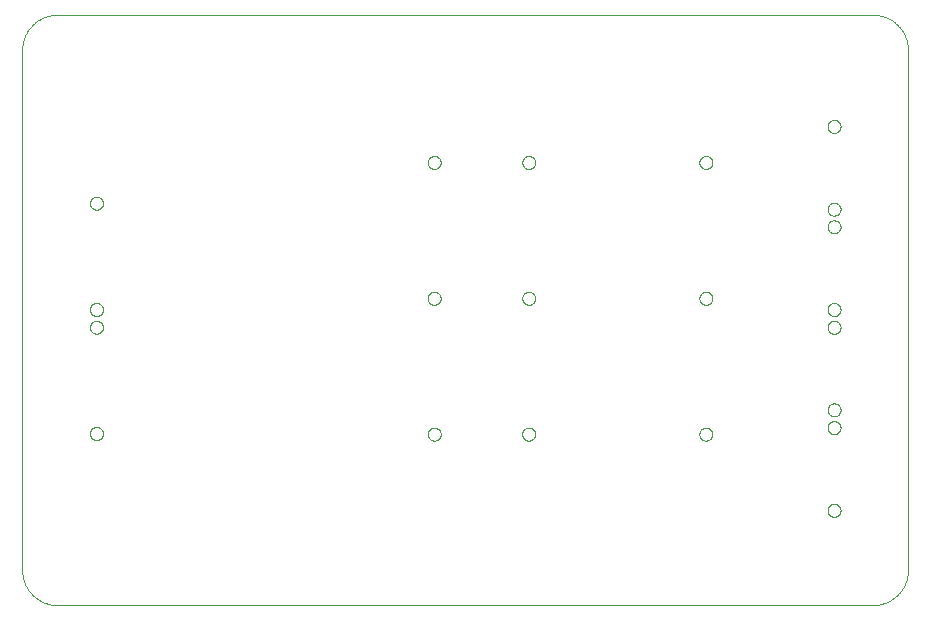
<source format=gtp>
G75*
%MOIN*%
%OFA0B0*%
%FSLAX25Y25*%
%IPPOS*%
%LPD*%
%AMOC8*
5,1,8,0,0,1.08239X$1,22.5*
%
%ADD10C,0.00000*%
D10*
X0018765Y0004415D02*
X0290419Y0004415D01*
X0290704Y0004418D01*
X0290990Y0004429D01*
X0291275Y0004446D01*
X0291559Y0004470D01*
X0291843Y0004501D01*
X0292126Y0004539D01*
X0292407Y0004584D01*
X0292688Y0004635D01*
X0292968Y0004693D01*
X0293246Y0004758D01*
X0293522Y0004830D01*
X0293796Y0004908D01*
X0294069Y0004993D01*
X0294339Y0005085D01*
X0294607Y0005183D01*
X0294873Y0005287D01*
X0295136Y0005398D01*
X0295396Y0005515D01*
X0295654Y0005638D01*
X0295908Y0005768D01*
X0296159Y0005904D01*
X0296407Y0006045D01*
X0296651Y0006193D01*
X0296892Y0006346D01*
X0297128Y0006506D01*
X0297361Y0006671D01*
X0297590Y0006841D01*
X0297815Y0007017D01*
X0298035Y0007199D01*
X0298251Y0007385D01*
X0298462Y0007577D01*
X0298669Y0007774D01*
X0298871Y0007976D01*
X0299068Y0008183D01*
X0299260Y0008394D01*
X0299446Y0008610D01*
X0299628Y0008830D01*
X0299804Y0009055D01*
X0299974Y0009284D01*
X0300139Y0009517D01*
X0300299Y0009753D01*
X0300452Y0009994D01*
X0300600Y0010238D01*
X0300741Y0010486D01*
X0300877Y0010737D01*
X0301007Y0010991D01*
X0301130Y0011249D01*
X0301247Y0011509D01*
X0301358Y0011772D01*
X0301462Y0012038D01*
X0301560Y0012306D01*
X0301652Y0012576D01*
X0301737Y0012849D01*
X0301815Y0013123D01*
X0301887Y0013399D01*
X0301952Y0013677D01*
X0302010Y0013957D01*
X0302061Y0014238D01*
X0302106Y0014519D01*
X0302144Y0014802D01*
X0302175Y0015086D01*
X0302199Y0015370D01*
X0302216Y0015655D01*
X0302227Y0015941D01*
X0302230Y0016226D01*
X0302230Y0189454D01*
X0302227Y0189739D01*
X0302216Y0190025D01*
X0302199Y0190310D01*
X0302175Y0190594D01*
X0302144Y0190878D01*
X0302106Y0191161D01*
X0302061Y0191442D01*
X0302010Y0191723D01*
X0301952Y0192003D01*
X0301887Y0192281D01*
X0301815Y0192557D01*
X0301737Y0192831D01*
X0301652Y0193104D01*
X0301560Y0193374D01*
X0301462Y0193642D01*
X0301358Y0193908D01*
X0301247Y0194171D01*
X0301130Y0194431D01*
X0301007Y0194689D01*
X0300877Y0194943D01*
X0300741Y0195194D01*
X0300600Y0195442D01*
X0300452Y0195686D01*
X0300299Y0195927D01*
X0300139Y0196163D01*
X0299974Y0196396D01*
X0299804Y0196625D01*
X0299628Y0196850D01*
X0299446Y0197070D01*
X0299260Y0197286D01*
X0299068Y0197497D01*
X0298871Y0197704D01*
X0298669Y0197906D01*
X0298462Y0198103D01*
X0298251Y0198295D01*
X0298035Y0198481D01*
X0297815Y0198663D01*
X0297590Y0198839D01*
X0297361Y0199009D01*
X0297128Y0199174D01*
X0296892Y0199334D01*
X0296651Y0199487D01*
X0296407Y0199635D01*
X0296159Y0199776D01*
X0295908Y0199912D01*
X0295654Y0200042D01*
X0295396Y0200165D01*
X0295136Y0200282D01*
X0294873Y0200393D01*
X0294607Y0200497D01*
X0294339Y0200595D01*
X0294069Y0200687D01*
X0293796Y0200772D01*
X0293522Y0200850D01*
X0293246Y0200922D01*
X0292968Y0200987D01*
X0292688Y0201045D01*
X0292407Y0201096D01*
X0292126Y0201141D01*
X0291843Y0201179D01*
X0291559Y0201210D01*
X0291275Y0201234D01*
X0290990Y0201251D01*
X0290704Y0201262D01*
X0290419Y0201265D01*
X0018765Y0201265D01*
X0018480Y0201262D01*
X0018194Y0201251D01*
X0017909Y0201234D01*
X0017625Y0201210D01*
X0017341Y0201179D01*
X0017058Y0201141D01*
X0016777Y0201096D01*
X0016496Y0201045D01*
X0016216Y0200987D01*
X0015938Y0200922D01*
X0015662Y0200850D01*
X0015388Y0200772D01*
X0015115Y0200687D01*
X0014845Y0200595D01*
X0014577Y0200497D01*
X0014311Y0200393D01*
X0014048Y0200282D01*
X0013788Y0200165D01*
X0013530Y0200042D01*
X0013276Y0199912D01*
X0013025Y0199776D01*
X0012777Y0199635D01*
X0012533Y0199487D01*
X0012292Y0199334D01*
X0012056Y0199174D01*
X0011823Y0199009D01*
X0011594Y0198839D01*
X0011369Y0198663D01*
X0011149Y0198481D01*
X0010933Y0198295D01*
X0010722Y0198103D01*
X0010515Y0197906D01*
X0010313Y0197704D01*
X0010116Y0197497D01*
X0009924Y0197286D01*
X0009738Y0197070D01*
X0009556Y0196850D01*
X0009380Y0196625D01*
X0009210Y0196396D01*
X0009045Y0196163D01*
X0008885Y0195927D01*
X0008732Y0195686D01*
X0008584Y0195442D01*
X0008443Y0195194D01*
X0008307Y0194943D01*
X0008177Y0194689D01*
X0008054Y0194431D01*
X0007937Y0194171D01*
X0007826Y0193908D01*
X0007722Y0193642D01*
X0007624Y0193374D01*
X0007532Y0193104D01*
X0007447Y0192831D01*
X0007369Y0192557D01*
X0007297Y0192281D01*
X0007232Y0192003D01*
X0007174Y0191723D01*
X0007123Y0191442D01*
X0007078Y0191161D01*
X0007040Y0190878D01*
X0007009Y0190594D01*
X0006985Y0190310D01*
X0006968Y0190025D01*
X0006957Y0189739D01*
X0006954Y0189454D01*
X0006954Y0016226D01*
X0006957Y0015941D01*
X0006968Y0015655D01*
X0006985Y0015370D01*
X0007009Y0015086D01*
X0007040Y0014802D01*
X0007078Y0014519D01*
X0007123Y0014238D01*
X0007174Y0013957D01*
X0007232Y0013677D01*
X0007297Y0013399D01*
X0007369Y0013123D01*
X0007447Y0012849D01*
X0007532Y0012576D01*
X0007624Y0012306D01*
X0007722Y0012038D01*
X0007826Y0011772D01*
X0007937Y0011509D01*
X0008054Y0011249D01*
X0008177Y0010991D01*
X0008307Y0010737D01*
X0008443Y0010486D01*
X0008584Y0010238D01*
X0008732Y0009994D01*
X0008885Y0009753D01*
X0009045Y0009517D01*
X0009210Y0009284D01*
X0009380Y0009055D01*
X0009556Y0008830D01*
X0009738Y0008610D01*
X0009924Y0008394D01*
X0010116Y0008183D01*
X0010313Y0007976D01*
X0010515Y0007774D01*
X0010722Y0007577D01*
X0010933Y0007385D01*
X0011149Y0007199D01*
X0011369Y0007017D01*
X0011594Y0006841D01*
X0011823Y0006671D01*
X0012056Y0006506D01*
X0012292Y0006346D01*
X0012533Y0006193D01*
X0012777Y0006045D01*
X0013025Y0005904D01*
X0013276Y0005768D01*
X0013530Y0005638D01*
X0013788Y0005515D01*
X0014048Y0005398D01*
X0014311Y0005287D01*
X0014577Y0005183D01*
X0014845Y0005085D01*
X0015115Y0004993D01*
X0015388Y0004908D01*
X0015662Y0004830D01*
X0015938Y0004758D01*
X0016216Y0004693D01*
X0016496Y0004635D01*
X0016777Y0004584D01*
X0017058Y0004539D01*
X0017341Y0004501D01*
X0017625Y0004470D01*
X0017909Y0004446D01*
X0018194Y0004429D01*
X0018480Y0004418D01*
X0018765Y0004415D01*
X0029553Y0061639D02*
X0029555Y0061732D01*
X0029561Y0061824D01*
X0029571Y0061916D01*
X0029585Y0062007D01*
X0029602Y0062098D01*
X0029624Y0062188D01*
X0029649Y0062277D01*
X0029678Y0062365D01*
X0029711Y0062451D01*
X0029748Y0062536D01*
X0029788Y0062620D01*
X0029832Y0062701D01*
X0029879Y0062781D01*
X0029929Y0062859D01*
X0029983Y0062934D01*
X0030040Y0063007D01*
X0030100Y0063077D01*
X0030163Y0063145D01*
X0030229Y0063210D01*
X0030297Y0063272D01*
X0030368Y0063332D01*
X0030442Y0063388D01*
X0030518Y0063441D01*
X0030596Y0063490D01*
X0030676Y0063537D01*
X0030758Y0063579D01*
X0030842Y0063619D01*
X0030927Y0063654D01*
X0031014Y0063686D01*
X0031102Y0063715D01*
X0031191Y0063739D01*
X0031281Y0063760D01*
X0031372Y0063776D01*
X0031464Y0063789D01*
X0031556Y0063798D01*
X0031649Y0063803D01*
X0031741Y0063804D01*
X0031834Y0063801D01*
X0031926Y0063794D01*
X0032018Y0063783D01*
X0032109Y0063768D01*
X0032200Y0063750D01*
X0032290Y0063727D01*
X0032378Y0063701D01*
X0032466Y0063671D01*
X0032552Y0063637D01*
X0032636Y0063600D01*
X0032719Y0063558D01*
X0032800Y0063514D01*
X0032880Y0063466D01*
X0032957Y0063415D01*
X0033031Y0063360D01*
X0033104Y0063302D01*
X0033174Y0063242D01*
X0033241Y0063178D01*
X0033305Y0063112D01*
X0033367Y0063042D01*
X0033425Y0062971D01*
X0033480Y0062897D01*
X0033532Y0062820D01*
X0033581Y0062741D01*
X0033627Y0062661D01*
X0033669Y0062578D01*
X0033707Y0062494D01*
X0033742Y0062408D01*
X0033773Y0062321D01*
X0033800Y0062233D01*
X0033823Y0062143D01*
X0033843Y0062053D01*
X0033859Y0061962D01*
X0033871Y0061870D01*
X0033879Y0061778D01*
X0033883Y0061685D01*
X0033883Y0061593D01*
X0033879Y0061500D01*
X0033871Y0061408D01*
X0033859Y0061316D01*
X0033843Y0061225D01*
X0033823Y0061135D01*
X0033800Y0061045D01*
X0033773Y0060957D01*
X0033742Y0060870D01*
X0033707Y0060784D01*
X0033669Y0060700D01*
X0033627Y0060617D01*
X0033581Y0060537D01*
X0033532Y0060458D01*
X0033480Y0060381D01*
X0033425Y0060307D01*
X0033367Y0060236D01*
X0033305Y0060166D01*
X0033241Y0060100D01*
X0033174Y0060036D01*
X0033104Y0059976D01*
X0033031Y0059918D01*
X0032957Y0059863D01*
X0032880Y0059812D01*
X0032801Y0059764D01*
X0032719Y0059720D01*
X0032636Y0059678D01*
X0032552Y0059641D01*
X0032466Y0059607D01*
X0032378Y0059577D01*
X0032290Y0059551D01*
X0032200Y0059528D01*
X0032109Y0059510D01*
X0032018Y0059495D01*
X0031926Y0059484D01*
X0031834Y0059477D01*
X0031741Y0059474D01*
X0031649Y0059475D01*
X0031556Y0059480D01*
X0031464Y0059489D01*
X0031372Y0059502D01*
X0031281Y0059518D01*
X0031191Y0059539D01*
X0031102Y0059563D01*
X0031014Y0059592D01*
X0030927Y0059624D01*
X0030842Y0059659D01*
X0030758Y0059699D01*
X0030676Y0059741D01*
X0030596Y0059788D01*
X0030518Y0059837D01*
X0030442Y0059890D01*
X0030368Y0059946D01*
X0030297Y0060006D01*
X0030229Y0060068D01*
X0030163Y0060133D01*
X0030100Y0060201D01*
X0030040Y0060271D01*
X0029983Y0060344D01*
X0029929Y0060419D01*
X0029879Y0060497D01*
X0029832Y0060577D01*
X0029788Y0060658D01*
X0029748Y0060742D01*
X0029711Y0060827D01*
X0029678Y0060913D01*
X0029649Y0061001D01*
X0029624Y0061090D01*
X0029602Y0061180D01*
X0029585Y0061271D01*
X0029571Y0061362D01*
X0029561Y0061454D01*
X0029555Y0061546D01*
X0029553Y0061639D01*
X0029553Y0097072D02*
X0029555Y0097165D01*
X0029561Y0097257D01*
X0029571Y0097349D01*
X0029585Y0097440D01*
X0029602Y0097531D01*
X0029624Y0097621D01*
X0029649Y0097710D01*
X0029678Y0097798D01*
X0029711Y0097884D01*
X0029748Y0097969D01*
X0029788Y0098053D01*
X0029832Y0098134D01*
X0029879Y0098214D01*
X0029929Y0098292D01*
X0029983Y0098367D01*
X0030040Y0098440D01*
X0030100Y0098510D01*
X0030163Y0098578D01*
X0030229Y0098643D01*
X0030297Y0098705D01*
X0030368Y0098765D01*
X0030442Y0098821D01*
X0030518Y0098874D01*
X0030596Y0098923D01*
X0030676Y0098970D01*
X0030758Y0099012D01*
X0030842Y0099052D01*
X0030927Y0099087D01*
X0031014Y0099119D01*
X0031102Y0099148D01*
X0031191Y0099172D01*
X0031281Y0099193D01*
X0031372Y0099209D01*
X0031464Y0099222D01*
X0031556Y0099231D01*
X0031649Y0099236D01*
X0031741Y0099237D01*
X0031834Y0099234D01*
X0031926Y0099227D01*
X0032018Y0099216D01*
X0032109Y0099201D01*
X0032200Y0099183D01*
X0032290Y0099160D01*
X0032378Y0099134D01*
X0032466Y0099104D01*
X0032552Y0099070D01*
X0032636Y0099033D01*
X0032719Y0098991D01*
X0032800Y0098947D01*
X0032880Y0098899D01*
X0032957Y0098848D01*
X0033031Y0098793D01*
X0033104Y0098735D01*
X0033174Y0098675D01*
X0033241Y0098611D01*
X0033305Y0098545D01*
X0033367Y0098475D01*
X0033425Y0098404D01*
X0033480Y0098330D01*
X0033532Y0098253D01*
X0033581Y0098174D01*
X0033627Y0098094D01*
X0033669Y0098011D01*
X0033707Y0097927D01*
X0033742Y0097841D01*
X0033773Y0097754D01*
X0033800Y0097666D01*
X0033823Y0097576D01*
X0033843Y0097486D01*
X0033859Y0097395D01*
X0033871Y0097303D01*
X0033879Y0097211D01*
X0033883Y0097118D01*
X0033883Y0097026D01*
X0033879Y0096933D01*
X0033871Y0096841D01*
X0033859Y0096749D01*
X0033843Y0096658D01*
X0033823Y0096568D01*
X0033800Y0096478D01*
X0033773Y0096390D01*
X0033742Y0096303D01*
X0033707Y0096217D01*
X0033669Y0096133D01*
X0033627Y0096050D01*
X0033581Y0095970D01*
X0033532Y0095891D01*
X0033480Y0095814D01*
X0033425Y0095740D01*
X0033367Y0095669D01*
X0033305Y0095599D01*
X0033241Y0095533D01*
X0033174Y0095469D01*
X0033104Y0095409D01*
X0033031Y0095351D01*
X0032957Y0095296D01*
X0032880Y0095245D01*
X0032801Y0095197D01*
X0032719Y0095153D01*
X0032636Y0095111D01*
X0032552Y0095074D01*
X0032466Y0095040D01*
X0032378Y0095010D01*
X0032290Y0094984D01*
X0032200Y0094961D01*
X0032109Y0094943D01*
X0032018Y0094928D01*
X0031926Y0094917D01*
X0031834Y0094910D01*
X0031741Y0094907D01*
X0031649Y0094908D01*
X0031556Y0094913D01*
X0031464Y0094922D01*
X0031372Y0094935D01*
X0031281Y0094951D01*
X0031191Y0094972D01*
X0031102Y0094996D01*
X0031014Y0095025D01*
X0030927Y0095057D01*
X0030842Y0095092D01*
X0030758Y0095132D01*
X0030676Y0095174D01*
X0030596Y0095221D01*
X0030518Y0095270D01*
X0030442Y0095323D01*
X0030368Y0095379D01*
X0030297Y0095439D01*
X0030229Y0095501D01*
X0030163Y0095566D01*
X0030100Y0095634D01*
X0030040Y0095704D01*
X0029983Y0095777D01*
X0029929Y0095852D01*
X0029879Y0095930D01*
X0029832Y0096010D01*
X0029788Y0096091D01*
X0029748Y0096175D01*
X0029711Y0096260D01*
X0029678Y0096346D01*
X0029649Y0096434D01*
X0029624Y0096523D01*
X0029602Y0096613D01*
X0029585Y0096704D01*
X0029571Y0096795D01*
X0029561Y0096887D01*
X0029555Y0096979D01*
X0029553Y0097072D01*
X0029553Y0102978D02*
X0029555Y0103071D01*
X0029561Y0103163D01*
X0029571Y0103255D01*
X0029585Y0103346D01*
X0029602Y0103437D01*
X0029624Y0103527D01*
X0029649Y0103616D01*
X0029678Y0103704D01*
X0029711Y0103790D01*
X0029748Y0103875D01*
X0029788Y0103959D01*
X0029832Y0104040D01*
X0029879Y0104120D01*
X0029929Y0104198D01*
X0029983Y0104273D01*
X0030040Y0104346D01*
X0030100Y0104416D01*
X0030163Y0104484D01*
X0030229Y0104549D01*
X0030297Y0104611D01*
X0030368Y0104671D01*
X0030442Y0104727D01*
X0030518Y0104780D01*
X0030596Y0104829D01*
X0030676Y0104876D01*
X0030758Y0104918D01*
X0030842Y0104958D01*
X0030927Y0104993D01*
X0031014Y0105025D01*
X0031102Y0105054D01*
X0031191Y0105078D01*
X0031281Y0105099D01*
X0031372Y0105115D01*
X0031464Y0105128D01*
X0031556Y0105137D01*
X0031649Y0105142D01*
X0031741Y0105143D01*
X0031834Y0105140D01*
X0031926Y0105133D01*
X0032018Y0105122D01*
X0032109Y0105107D01*
X0032200Y0105089D01*
X0032290Y0105066D01*
X0032378Y0105040D01*
X0032466Y0105010D01*
X0032552Y0104976D01*
X0032636Y0104939D01*
X0032719Y0104897D01*
X0032800Y0104853D01*
X0032880Y0104805D01*
X0032957Y0104754D01*
X0033031Y0104699D01*
X0033104Y0104641D01*
X0033174Y0104581D01*
X0033241Y0104517D01*
X0033305Y0104451D01*
X0033367Y0104381D01*
X0033425Y0104310D01*
X0033480Y0104236D01*
X0033532Y0104159D01*
X0033581Y0104080D01*
X0033627Y0104000D01*
X0033669Y0103917D01*
X0033707Y0103833D01*
X0033742Y0103747D01*
X0033773Y0103660D01*
X0033800Y0103572D01*
X0033823Y0103482D01*
X0033843Y0103392D01*
X0033859Y0103301D01*
X0033871Y0103209D01*
X0033879Y0103117D01*
X0033883Y0103024D01*
X0033883Y0102932D01*
X0033879Y0102839D01*
X0033871Y0102747D01*
X0033859Y0102655D01*
X0033843Y0102564D01*
X0033823Y0102474D01*
X0033800Y0102384D01*
X0033773Y0102296D01*
X0033742Y0102209D01*
X0033707Y0102123D01*
X0033669Y0102039D01*
X0033627Y0101956D01*
X0033581Y0101876D01*
X0033532Y0101797D01*
X0033480Y0101720D01*
X0033425Y0101646D01*
X0033367Y0101575D01*
X0033305Y0101505D01*
X0033241Y0101439D01*
X0033174Y0101375D01*
X0033104Y0101315D01*
X0033031Y0101257D01*
X0032957Y0101202D01*
X0032880Y0101151D01*
X0032801Y0101103D01*
X0032719Y0101059D01*
X0032636Y0101017D01*
X0032552Y0100980D01*
X0032466Y0100946D01*
X0032378Y0100916D01*
X0032290Y0100890D01*
X0032200Y0100867D01*
X0032109Y0100849D01*
X0032018Y0100834D01*
X0031926Y0100823D01*
X0031834Y0100816D01*
X0031741Y0100813D01*
X0031649Y0100814D01*
X0031556Y0100819D01*
X0031464Y0100828D01*
X0031372Y0100841D01*
X0031281Y0100857D01*
X0031191Y0100878D01*
X0031102Y0100902D01*
X0031014Y0100931D01*
X0030927Y0100963D01*
X0030842Y0100998D01*
X0030758Y0101038D01*
X0030676Y0101080D01*
X0030596Y0101127D01*
X0030518Y0101176D01*
X0030442Y0101229D01*
X0030368Y0101285D01*
X0030297Y0101345D01*
X0030229Y0101407D01*
X0030163Y0101472D01*
X0030100Y0101540D01*
X0030040Y0101610D01*
X0029983Y0101683D01*
X0029929Y0101758D01*
X0029879Y0101836D01*
X0029832Y0101916D01*
X0029788Y0101997D01*
X0029748Y0102081D01*
X0029711Y0102166D01*
X0029678Y0102252D01*
X0029649Y0102340D01*
X0029624Y0102429D01*
X0029602Y0102519D01*
X0029585Y0102610D01*
X0029571Y0102701D01*
X0029561Y0102793D01*
X0029555Y0102885D01*
X0029553Y0102978D01*
X0029553Y0138411D02*
X0029555Y0138504D01*
X0029561Y0138596D01*
X0029571Y0138688D01*
X0029585Y0138779D01*
X0029602Y0138870D01*
X0029624Y0138960D01*
X0029649Y0139049D01*
X0029678Y0139137D01*
X0029711Y0139223D01*
X0029748Y0139308D01*
X0029788Y0139392D01*
X0029832Y0139473D01*
X0029879Y0139553D01*
X0029929Y0139631D01*
X0029983Y0139706D01*
X0030040Y0139779D01*
X0030100Y0139849D01*
X0030163Y0139917D01*
X0030229Y0139982D01*
X0030297Y0140044D01*
X0030368Y0140104D01*
X0030442Y0140160D01*
X0030518Y0140213D01*
X0030596Y0140262D01*
X0030676Y0140309D01*
X0030758Y0140351D01*
X0030842Y0140391D01*
X0030927Y0140426D01*
X0031014Y0140458D01*
X0031102Y0140487D01*
X0031191Y0140511D01*
X0031281Y0140532D01*
X0031372Y0140548D01*
X0031464Y0140561D01*
X0031556Y0140570D01*
X0031649Y0140575D01*
X0031741Y0140576D01*
X0031834Y0140573D01*
X0031926Y0140566D01*
X0032018Y0140555D01*
X0032109Y0140540D01*
X0032200Y0140522D01*
X0032290Y0140499D01*
X0032378Y0140473D01*
X0032466Y0140443D01*
X0032552Y0140409D01*
X0032636Y0140372D01*
X0032719Y0140330D01*
X0032800Y0140286D01*
X0032880Y0140238D01*
X0032957Y0140187D01*
X0033031Y0140132D01*
X0033104Y0140074D01*
X0033174Y0140014D01*
X0033241Y0139950D01*
X0033305Y0139884D01*
X0033367Y0139814D01*
X0033425Y0139743D01*
X0033480Y0139669D01*
X0033532Y0139592D01*
X0033581Y0139513D01*
X0033627Y0139433D01*
X0033669Y0139350D01*
X0033707Y0139266D01*
X0033742Y0139180D01*
X0033773Y0139093D01*
X0033800Y0139005D01*
X0033823Y0138915D01*
X0033843Y0138825D01*
X0033859Y0138734D01*
X0033871Y0138642D01*
X0033879Y0138550D01*
X0033883Y0138457D01*
X0033883Y0138365D01*
X0033879Y0138272D01*
X0033871Y0138180D01*
X0033859Y0138088D01*
X0033843Y0137997D01*
X0033823Y0137907D01*
X0033800Y0137817D01*
X0033773Y0137729D01*
X0033742Y0137642D01*
X0033707Y0137556D01*
X0033669Y0137472D01*
X0033627Y0137389D01*
X0033581Y0137309D01*
X0033532Y0137230D01*
X0033480Y0137153D01*
X0033425Y0137079D01*
X0033367Y0137008D01*
X0033305Y0136938D01*
X0033241Y0136872D01*
X0033174Y0136808D01*
X0033104Y0136748D01*
X0033031Y0136690D01*
X0032957Y0136635D01*
X0032880Y0136584D01*
X0032801Y0136536D01*
X0032719Y0136492D01*
X0032636Y0136450D01*
X0032552Y0136413D01*
X0032466Y0136379D01*
X0032378Y0136349D01*
X0032290Y0136323D01*
X0032200Y0136300D01*
X0032109Y0136282D01*
X0032018Y0136267D01*
X0031926Y0136256D01*
X0031834Y0136249D01*
X0031741Y0136246D01*
X0031649Y0136247D01*
X0031556Y0136252D01*
X0031464Y0136261D01*
X0031372Y0136274D01*
X0031281Y0136290D01*
X0031191Y0136311D01*
X0031102Y0136335D01*
X0031014Y0136364D01*
X0030927Y0136396D01*
X0030842Y0136431D01*
X0030758Y0136471D01*
X0030676Y0136513D01*
X0030596Y0136560D01*
X0030518Y0136609D01*
X0030442Y0136662D01*
X0030368Y0136718D01*
X0030297Y0136778D01*
X0030229Y0136840D01*
X0030163Y0136905D01*
X0030100Y0136973D01*
X0030040Y0137043D01*
X0029983Y0137116D01*
X0029929Y0137191D01*
X0029879Y0137269D01*
X0029832Y0137349D01*
X0029788Y0137430D01*
X0029748Y0137514D01*
X0029711Y0137599D01*
X0029678Y0137685D01*
X0029649Y0137773D01*
X0029624Y0137862D01*
X0029602Y0137952D01*
X0029585Y0138043D01*
X0029571Y0138134D01*
X0029561Y0138226D01*
X0029555Y0138318D01*
X0029553Y0138411D01*
X0142152Y0151994D02*
X0142154Y0152087D01*
X0142160Y0152179D01*
X0142170Y0152271D01*
X0142184Y0152362D01*
X0142201Y0152453D01*
X0142223Y0152543D01*
X0142248Y0152632D01*
X0142277Y0152720D01*
X0142310Y0152806D01*
X0142347Y0152891D01*
X0142387Y0152975D01*
X0142431Y0153056D01*
X0142478Y0153136D01*
X0142528Y0153214D01*
X0142582Y0153289D01*
X0142639Y0153362D01*
X0142699Y0153432D01*
X0142762Y0153500D01*
X0142828Y0153565D01*
X0142896Y0153627D01*
X0142967Y0153687D01*
X0143041Y0153743D01*
X0143117Y0153796D01*
X0143195Y0153845D01*
X0143275Y0153892D01*
X0143357Y0153934D01*
X0143441Y0153974D01*
X0143526Y0154009D01*
X0143613Y0154041D01*
X0143701Y0154070D01*
X0143790Y0154094D01*
X0143880Y0154115D01*
X0143971Y0154131D01*
X0144063Y0154144D01*
X0144155Y0154153D01*
X0144248Y0154158D01*
X0144340Y0154159D01*
X0144433Y0154156D01*
X0144525Y0154149D01*
X0144617Y0154138D01*
X0144708Y0154123D01*
X0144799Y0154105D01*
X0144889Y0154082D01*
X0144977Y0154056D01*
X0145065Y0154026D01*
X0145151Y0153992D01*
X0145235Y0153955D01*
X0145318Y0153913D01*
X0145399Y0153869D01*
X0145479Y0153821D01*
X0145556Y0153770D01*
X0145630Y0153715D01*
X0145703Y0153657D01*
X0145773Y0153597D01*
X0145840Y0153533D01*
X0145904Y0153467D01*
X0145966Y0153397D01*
X0146024Y0153326D01*
X0146079Y0153252D01*
X0146131Y0153175D01*
X0146180Y0153096D01*
X0146226Y0153016D01*
X0146268Y0152933D01*
X0146306Y0152849D01*
X0146341Y0152763D01*
X0146372Y0152676D01*
X0146399Y0152588D01*
X0146422Y0152498D01*
X0146442Y0152408D01*
X0146458Y0152317D01*
X0146470Y0152225D01*
X0146478Y0152133D01*
X0146482Y0152040D01*
X0146482Y0151948D01*
X0146478Y0151855D01*
X0146470Y0151763D01*
X0146458Y0151671D01*
X0146442Y0151580D01*
X0146422Y0151490D01*
X0146399Y0151400D01*
X0146372Y0151312D01*
X0146341Y0151225D01*
X0146306Y0151139D01*
X0146268Y0151055D01*
X0146226Y0150972D01*
X0146180Y0150892D01*
X0146131Y0150813D01*
X0146079Y0150736D01*
X0146024Y0150662D01*
X0145966Y0150591D01*
X0145904Y0150521D01*
X0145840Y0150455D01*
X0145773Y0150391D01*
X0145703Y0150331D01*
X0145630Y0150273D01*
X0145556Y0150218D01*
X0145479Y0150167D01*
X0145400Y0150119D01*
X0145318Y0150075D01*
X0145235Y0150033D01*
X0145151Y0149996D01*
X0145065Y0149962D01*
X0144977Y0149932D01*
X0144889Y0149906D01*
X0144799Y0149883D01*
X0144708Y0149865D01*
X0144617Y0149850D01*
X0144525Y0149839D01*
X0144433Y0149832D01*
X0144340Y0149829D01*
X0144248Y0149830D01*
X0144155Y0149835D01*
X0144063Y0149844D01*
X0143971Y0149857D01*
X0143880Y0149873D01*
X0143790Y0149894D01*
X0143701Y0149918D01*
X0143613Y0149947D01*
X0143526Y0149979D01*
X0143441Y0150014D01*
X0143357Y0150054D01*
X0143275Y0150096D01*
X0143195Y0150143D01*
X0143117Y0150192D01*
X0143041Y0150245D01*
X0142967Y0150301D01*
X0142896Y0150361D01*
X0142828Y0150423D01*
X0142762Y0150488D01*
X0142699Y0150556D01*
X0142639Y0150626D01*
X0142582Y0150699D01*
X0142528Y0150774D01*
X0142478Y0150852D01*
X0142431Y0150932D01*
X0142387Y0151013D01*
X0142347Y0151097D01*
X0142310Y0151182D01*
X0142277Y0151268D01*
X0142248Y0151356D01*
X0142223Y0151445D01*
X0142201Y0151535D01*
X0142184Y0151626D01*
X0142170Y0151717D01*
X0142160Y0151809D01*
X0142154Y0151901D01*
X0142152Y0151994D01*
X0173648Y0151994D02*
X0173650Y0152087D01*
X0173656Y0152179D01*
X0173666Y0152271D01*
X0173680Y0152362D01*
X0173697Y0152453D01*
X0173719Y0152543D01*
X0173744Y0152632D01*
X0173773Y0152720D01*
X0173806Y0152806D01*
X0173843Y0152891D01*
X0173883Y0152975D01*
X0173927Y0153056D01*
X0173974Y0153136D01*
X0174024Y0153214D01*
X0174078Y0153289D01*
X0174135Y0153362D01*
X0174195Y0153432D01*
X0174258Y0153500D01*
X0174324Y0153565D01*
X0174392Y0153627D01*
X0174463Y0153687D01*
X0174537Y0153743D01*
X0174613Y0153796D01*
X0174691Y0153845D01*
X0174771Y0153892D01*
X0174853Y0153934D01*
X0174937Y0153974D01*
X0175022Y0154009D01*
X0175109Y0154041D01*
X0175197Y0154070D01*
X0175286Y0154094D01*
X0175376Y0154115D01*
X0175467Y0154131D01*
X0175559Y0154144D01*
X0175651Y0154153D01*
X0175744Y0154158D01*
X0175836Y0154159D01*
X0175929Y0154156D01*
X0176021Y0154149D01*
X0176113Y0154138D01*
X0176204Y0154123D01*
X0176295Y0154105D01*
X0176385Y0154082D01*
X0176473Y0154056D01*
X0176561Y0154026D01*
X0176647Y0153992D01*
X0176731Y0153955D01*
X0176814Y0153913D01*
X0176895Y0153869D01*
X0176975Y0153821D01*
X0177052Y0153770D01*
X0177126Y0153715D01*
X0177199Y0153657D01*
X0177269Y0153597D01*
X0177336Y0153533D01*
X0177400Y0153467D01*
X0177462Y0153397D01*
X0177520Y0153326D01*
X0177575Y0153252D01*
X0177627Y0153175D01*
X0177676Y0153096D01*
X0177722Y0153016D01*
X0177764Y0152933D01*
X0177802Y0152849D01*
X0177837Y0152763D01*
X0177868Y0152676D01*
X0177895Y0152588D01*
X0177918Y0152498D01*
X0177938Y0152408D01*
X0177954Y0152317D01*
X0177966Y0152225D01*
X0177974Y0152133D01*
X0177978Y0152040D01*
X0177978Y0151948D01*
X0177974Y0151855D01*
X0177966Y0151763D01*
X0177954Y0151671D01*
X0177938Y0151580D01*
X0177918Y0151490D01*
X0177895Y0151400D01*
X0177868Y0151312D01*
X0177837Y0151225D01*
X0177802Y0151139D01*
X0177764Y0151055D01*
X0177722Y0150972D01*
X0177676Y0150892D01*
X0177627Y0150813D01*
X0177575Y0150736D01*
X0177520Y0150662D01*
X0177462Y0150591D01*
X0177400Y0150521D01*
X0177336Y0150455D01*
X0177269Y0150391D01*
X0177199Y0150331D01*
X0177126Y0150273D01*
X0177052Y0150218D01*
X0176975Y0150167D01*
X0176896Y0150119D01*
X0176814Y0150075D01*
X0176731Y0150033D01*
X0176647Y0149996D01*
X0176561Y0149962D01*
X0176473Y0149932D01*
X0176385Y0149906D01*
X0176295Y0149883D01*
X0176204Y0149865D01*
X0176113Y0149850D01*
X0176021Y0149839D01*
X0175929Y0149832D01*
X0175836Y0149829D01*
X0175744Y0149830D01*
X0175651Y0149835D01*
X0175559Y0149844D01*
X0175467Y0149857D01*
X0175376Y0149873D01*
X0175286Y0149894D01*
X0175197Y0149918D01*
X0175109Y0149947D01*
X0175022Y0149979D01*
X0174937Y0150014D01*
X0174853Y0150054D01*
X0174771Y0150096D01*
X0174691Y0150143D01*
X0174613Y0150192D01*
X0174537Y0150245D01*
X0174463Y0150301D01*
X0174392Y0150361D01*
X0174324Y0150423D01*
X0174258Y0150488D01*
X0174195Y0150556D01*
X0174135Y0150626D01*
X0174078Y0150699D01*
X0174024Y0150774D01*
X0173974Y0150852D01*
X0173927Y0150932D01*
X0173883Y0151013D01*
X0173843Y0151097D01*
X0173806Y0151182D01*
X0173773Y0151268D01*
X0173744Y0151356D01*
X0173719Y0151445D01*
X0173697Y0151535D01*
X0173680Y0151626D01*
X0173666Y0151717D01*
X0173656Y0151809D01*
X0173650Y0151901D01*
X0173648Y0151994D01*
X0232703Y0151994D02*
X0232705Y0152087D01*
X0232711Y0152179D01*
X0232721Y0152271D01*
X0232735Y0152362D01*
X0232752Y0152453D01*
X0232774Y0152543D01*
X0232799Y0152632D01*
X0232828Y0152720D01*
X0232861Y0152806D01*
X0232898Y0152891D01*
X0232938Y0152975D01*
X0232982Y0153056D01*
X0233029Y0153136D01*
X0233079Y0153214D01*
X0233133Y0153289D01*
X0233190Y0153362D01*
X0233250Y0153432D01*
X0233313Y0153500D01*
X0233379Y0153565D01*
X0233447Y0153627D01*
X0233518Y0153687D01*
X0233592Y0153743D01*
X0233668Y0153796D01*
X0233746Y0153845D01*
X0233826Y0153892D01*
X0233908Y0153934D01*
X0233992Y0153974D01*
X0234077Y0154009D01*
X0234164Y0154041D01*
X0234252Y0154070D01*
X0234341Y0154094D01*
X0234431Y0154115D01*
X0234522Y0154131D01*
X0234614Y0154144D01*
X0234706Y0154153D01*
X0234799Y0154158D01*
X0234891Y0154159D01*
X0234984Y0154156D01*
X0235076Y0154149D01*
X0235168Y0154138D01*
X0235259Y0154123D01*
X0235350Y0154105D01*
X0235440Y0154082D01*
X0235528Y0154056D01*
X0235616Y0154026D01*
X0235702Y0153992D01*
X0235786Y0153955D01*
X0235869Y0153913D01*
X0235950Y0153869D01*
X0236030Y0153821D01*
X0236107Y0153770D01*
X0236181Y0153715D01*
X0236254Y0153657D01*
X0236324Y0153597D01*
X0236391Y0153533D01*
X0236455Y0153467D01*
X0236517Y0153397D01*
X0236575Y0153326D01*
X0236630Y0153252D01*
X0236682Y0153175D01*
X0236731Y0153096D01*
X0236777Y0153016D01*
X0236819Y0152933D01*
X0236857Y0152849D01*
X0236892Y0152763D01*
X0236923Y0152676D01*
X0236950Y0152588D01*
X0236973Y0152498D01*
X0236993Y0152408D01*
X0237009Y0152317D01*
X0237021Y0152225D01*
X0237029Y0152133D01*
X0237033Y0152040D01*
X0237033Y0151948D01*
X0237029Y0151855D01*
X0237021Y0151763D01*
X0237009Y0151671D01*
X0236993Y0151580D01*
X0236973Y0151490D01*
X0236950Y0151400D01*
X0236923Y0151312D01*
X0236892Y0151225D01*
X0236857Y0151139D01*
X0236819Y0151055D01*
X0236777Y0150972D01*
X0236731Y0150892D01*
X0236682Y0150813D01*
X0236630Y0150736D01*
X0236575Y0150662D01*
X0236517Y0150591D01*
X0236455Y0150521D01*
X0236391Y0150455D01*
X0236324Y0150391D01*
X0236254Y0150331D01*
X0236181Y0150273D01*
X0236107Y0150218D01*
X0236030Y0150167D01*
X0235951Y0150119D01*
X0235869Y0150075D01*
X0235786Y0150033D01*
X0235702Y0149996D01*
X0235616Y0149962D01*
X0235528Y0149932D01*
X0235440Y0149906D01*
X0235350Y0149883D01*
X0235259Y0149865D01*
X0235168Y0149850D01*
X0235076Y0149839D01*
X0234984Y0149832D01*
X0234891Y0149829D01*
X0234799Y0149830D01*
X0234706Y0149835D01*
X0234614Y0149844D01*
X0234522Y0149857D01*
X0234431Y0149873D01*
X0234341Y0149894D01*
X0234252Y0149918D01*
X0234164Y0149947D01*
X0234077Y0149979D01*
X0233992Y0150014D01*
X0233908Y0150054D01*
X0233826Y0150096D01*
X0233746Y0150143D01*
X0233668Y0150192D01*
X0233592Y0150245D01*
X0233518Y0150301D01*
X0233447Y0150361D01*
X0233379Y0150423D01*
X0233313Y0150488D01*
X0233250Y0150556D01*
X0233190Y0150626D01*
X0233133Y0150699D01*
X0233079Y0150774D01*
X0233029Y0150852D01*
X0232982Y0150932D01*
X0232938Y0151013D01*
X0232898Y0151097D01*
X0232861Y0151182D01*
X0232828Y0151268D01*
X0232799Y0151356D01*
X0232774Y0151445D01*
X0232752Y0151535D01*
X0232735Y0151626D01*
X0232721Y0151717D01*
X0232711Y0151809D01*
X0232705Y0151901D01*
X0232703Y0151994D01*
X0275419Y0164002D02*
X0275421Y0164095D01*
X0275427Y0164187D01*
X0275437Y0164279D01*
X0275451Y0164370D01*
X0275468Y0164461D01*
X0275490Y0164551D01*
X0275515Y0164640D01*
X0275544Y0164728D01*
X0275577Y0164814D01*
X0275614Y0164899D01*
X0275654Y0164983D01*
X0275698Y0165064D01*
X0275745Y0165144D01*
X0275795Y0165222D01*
X0275849Y0165297D01*
X0275906Y0165370D01*
X0275966Y0165440D01*
X0276029Y0165508D01*
X0276095Y0165573D01*
X0276163Y0165635D01*
X0276234Y0165695D01*
X0276308Y0165751D01*
X0276384Y0165804D01*
X0276462Y0165853D01*
X0276542Y0165900D01*
X0276624Y0165942D01*
X0276708Y0165982D01*
X0276793Y0166017D01*
X0276880Y0166049D01*
X0276968Y0166078D01*
X0277057Y0166102D01*
X0277147Y0166123D01*
X0277238Y0166139D01*
X0277330Y0166152D01*
X0277422Y0166161D01*
X0277515Y0166166D01*
X0277607Y0166167D01*
X0277700Y0166164D01*
X0277792Y0166157D01*
X0277884Y0166146D01*
X0277975Y0166131D01*
X0278066Y0166113D01*
X0278156Y0166090D01*
X0278244Y0166064D01*
X0278332Y0166034D01*
X0278418Y0166000D01*
X0278502Y0165963D01*
X0278585Y0165921D01*
X0278666Y0165877D01*
X0278746Y0165829D01*
X0278823Y0165778D01*
X0278897Y0165723D01*
X0278970Y0165665D01*
X0279040Y0165605D01*
X0279107Y0165541D01*
X0279171Y0165475D01*
X0279233Y0165405D01*
X0279291Y0165334D01*
X0279346Y0165260D01*
X0279398Y0165183D01*
X0279447Y0165104D01*
X0279493Y0165024D01*
X0279535Y0164941D01*
X0279573Y0164857D01*
X0279608Y0164771D01*
X0279639Y0164684D01*
X0279666Y0164596D01*
X0279689Y0164506D01*
X0279709Y0164416D01*
X0279725Y0164325D01*
X0279737Y0164233D01*
X0279745Y0164141D01*
X0279749Y0164048D01*
X0279749Y0163956D01*
X0279745Y0163863D01*
X0279737Y0163771D01*
X0279725Y0163679D01*
X0279709Y0163588D01*
X0279689Y0163498D01*
X0279666Y0163408D01*
X0279639Y0163320D01*
X0279608Y0163233D01*
X0279573Y0163147D01*
X0279535Y0163063D01*
X0279493Y0162980D01*
X0279447Y0162900D01*
X0279398Y0162821D01*
X0279346Y0162744D01*
X0279291Y0162670D01*
X0279233Y0162599D01*
X0279171Y0162529D01*
X0279107Y0162463D01*
X0279040Y0162399D01*
X0278970Y0162339D01*
X0278897Y0162281D01*
X0278823Y0162226D01*
X0278746Y0162175D01*
X0278667Y0162127D01*
X0278585Y0162083D01*
X0278502Y0162041D01*
X0278418Y0162004D01*
X0278332Y0161970D01*
X0278244Y0161940D01*
X0278156Y0161914D01*
X0278066Y0161891D01*
X0277975Y0161873D01*
X0277884Y0161858D01*
X0277792Y0161847D01*
X0277700Y0161840D01*
X0277607Y0161837D01*
X0277515Y0161838D01*
X0277422Y0161843D01*
X0277330Y0161852D01*
X0277238Y0161865D01*
X0277147Y0161881D01*
X0277057Y0161902D01*
X0276968Y0161926D01*
X0276880Y0161955D01*
X0276793Y0161987D01*
X0276708Y0162022D01*
X0276624Y0162062D01*
X0276542Y0162104D01*
X0276462Y0162151D01*
X0276384Y0162200D01*
X0276308Y0162253D01*
X0276234Y0162309D01*
X0276163Y0162369D01*
X0276095Y0162431D01*
X0276029Y0162496D01*
X0275966Y0162564D01*
X0275906Y0162634D01*
X0275849Y0162707D01*
X0275795Y0162782D01*
X0275745Y0162860D01*
X0275698Y0162940D01*
X0275654Y0163021D01*
X0275614Y0163105D01*
X0275577Y0163190D01*
X0275544Y0163276D01*
X0275515Y0163364D01*
X0275490Y0163453D01*
X0275468Y0163543D01*
X0275451Y0163634D01*
X0275437Y0163725D01*
X0275427Y0163817D01*
X0275421Y0163909D01*
X0275419Y0164002D01*
X0275419Y0136443D02*
X0275421Y0136536D01*
X0275427Y0136628D01*
X0275437Y0136720D01*
X0275451Y0136811D01*
X0275468Y0136902D01*
X0275490Y0136992D01*
X0275515Y0137081D01*
X0275544Y0137169D01*
X0275577Y0137255D01*
X0275614Y0137340D01*
X0275654Y0137424D01*
X0275698Y0137505D01*
X0275745Y0137585D01*
X0275795Y0137663D01*
X0275849Y0137738D01*
X0275906Y0137811D01*
X0275966Y0137881D01*
X0276029Y0137949D01*
X0276095Y0138014D01*
X0276163Y0138076D01*
X0276234Y0138136D01*
X0276308Y0138192D01*
X0276384Y0138245D01*
X0276462Y0138294D01*
X0276542Y0138341D01*
X0276624Y0138383D01*
X0276708Y0138423D01*
X0276793Y0138458D01*
X0276880Y0138490D01*
X0276968Y0138519D01*
X0277057Y0138543D01*
X0277147Y0138564D01*
X0277238Y0138580D01*
X0277330Y0138593D01*
X0277422Y0138602D01*
X0277515Y0138607D01*
X0277607Y0138608D01*
X0277700Y0138605D01*
X0277792Y0138598D01*
X0277884Y0138587D01*
X0277975Y0138572D01*
X0278066Y0138554D01*
X0278156Y0138531D01*
X0278244Y0138505D01*
X0278332Y0138475D01*
X0278418Y0138441D01*
X0278502Y0138404D01*
X0278585Y0138362D01*
X0278666Y0138318D01*
X0278746Y0138270D01*
X0278823Y0138219D01*
X0278897Y0138164D01*
X0278970Y0138106D01*
X0279040Y0138046D01*
X0279107Y0137982D01*
X0279171Y0137916D01*
X0279233Y0137846D01*
X0279291Y0137775D01*
X0279346Y0137701D01*
X0279398Y0137624D01*
X0279447Y0137545D01*
X0279493Y0137465D01*
X0279535Y0137382D01*
X0279573Y0137298D01*
X0279608Y0137212D01*
X0279639Y0137125D01*
X0279666Y0137037D01*
X0279689Y0136947D01*
X0279709Y0136857D01*
X0279725Y0136766D01*
X0279737Y0136674D01*
X0279745Y0136582D01*
X0279749Y0136489D01*
X0279749Y0136397D01*
X0279745Y0136304D01*
X0279737Y0136212D01*
X0279725Y0136120D01*
X0279709Y0136029D01*
X0279689Y0135939D01*
X0279666Y0135849D01*
X0279639Y0135761D01*
X0279608Y0135674D01*
X0279573Y0135588D01*
X0279535Y0135504D01*
X0279493Y0135421D01*
X0279447Y0135341D01*
X0279398Y0135262D01*
X0279346Y0135185D01*
X0279291Y0135111D01*
X0279233Y0135040D01*
X0279171Y0134970D01*
X0279107Y0134904D01*
X0279040Y0134840D01*
X0278970Y0134780D01*
X0278897Y0134722D01*
X0278823Y0134667D01*
X0278746Y0134616D01*
X0278667Y0134568D01*
X0278585Y0134524D01*
X0278502Y0134482D01*
X0278418Y0134445D01*
X0278332Y0134411D01*
X0278244Y0134381D01*
X0278156Y0134355D01*
X0278066Y0134332D01*
X0277975Y0134314D01*
X0277884Y0134299D01*
X0277792Y0134288D01*
X0277700Y0134281D01*
X0277607Y0134278D01*
X0277515Y0134279D01*
X0277422Y0134284D01*
X0277330Y0134293D01*
X0277238Y0134306D01*
X0277147Y0134322D01*
X0277057Y0134343D01*
X0276968Y0134367D01*
X0276880Y0134396D01*
X0276793Y0134428D01*
X0276708Y0134463D01*
X0276624Y0134503D01*
X0276542Y0134545D01*
X0276462Y0134592D01*
X0276384Y0134641D01*
X0276308Y0134694D01*
X0276234Y0134750D01*
X0276163Y0134810D01*
X0276095Y0134872D01*
X0276029Y0134937D01*
X0275966Y0135005D01*
X0275906Y0135075D01*
X0275849Y0135148D01*
X0275795Y0135223D01*
X0275745Y0135301D01*
X0275698Y0135381D01*
X0275654Y0135462D01*
X0275614Y0135546D01*
X0275577Y0135631D01*
X0275544Y0135717D01*
X0275515Y0135805D01*
X0275490Y0135894D01*
X0275468Y0135984D01*
X0275451Y0136075D01*
X0275437Y0136166D01*
X0275427Y0136258D01*
X0275421Y0136350D01*
X0275419Y0136443D01*
X0275419Y0130537D02*
X0275421Y0130630D01*
X0275427Y0130722D01*
X0275437Y0130814D01*
X0275451Y0130905D01*
X0275468Y0130996D01*
X0275490Y0131086D01*
X0275515Y0131175D01*
X0275544Y0131263D01*
X0275577Y0131349D01*
X0275614Y0131434D01*
X0275654Y0131518D01*
X0275698Y0131599D01*
X0275745Y0131679D01*
X0275795Y0131757D01*
X0275849Y0131832D01*
X0275906Y0131905D01*
X0275966Y0131975D01*
X0276029Y0132043D01*
X0276095Y0132108D01*
X0276163Y0132170D01*
X0276234Y0132230D01*
X0276308Y0132286D01*
X0276384Y0132339D01*
X0276462Y0132388D01*
X0276542Y0132435D01*
X0276624Y0132477D01*
X0276708Y0132517D01*
X0276793Y0132552D01*
X0276880Y0132584D01*
X0276968Y0132613D01*
X0277057Y0132637D01*
X0277147Y0132658D01*
X0277238Y0132674D01*
X0277330Y0132687D01*
X0277422Y0132696D01*
X0277515Y0132701D01*
X0277607Y0132702D01*
X0277700Y0132699D01*
X0277792Y0132692D01*
X0277884Y0132681D01*
X0277975Y0132666D01*
X0278066Y0132648D01*
X0278156Y0132625D01*
X0278244Y0132599D01*
X0278332Y0132569D01*
X0278418Y0132535D01*
X0278502Y0132498D01*
X0278585Y0132456D01*
X0278666Y0132412D01*
X0278746Y0132364D01*
X0278823Y0132313D01*
X0278897Y0132258D01*
X0278970Y0132200D01*
X0279040Y0132140D01*
X0279107Y0132076D01*
X0279171Y0132010D01*
X0279233Y0131940D01*
X0279291Y0131869D01*
X0279346Y0131795D01*
X0279398Y0131718D01*
X0279447Y0131639D01*
X0279493Y0131559D01*
X0279535Y0131476D01*
X0279573Y0131392D01*
X0279608Y0131306D01*
X0279639Y0131219D01*
X0279666Y0131131D01*
X0279689Y0131041D01*
X0279709Y0130951D01*
X0279725Y0130860D01*
X0279737Y0130768D01*
X0279745Y0130676D01*
X0279749Y0130583D01*
X0279749Y0130491D01*
X0279745Y0130398D01*
X0279737Y0130306D01*
X0279725Y0130214D01*
X0279709Y0130123D01*
X0279689Y0130033D01*
X0279666Y0129943D01*
X0279639Y0129855D01*
X0279608Y0129768D01*
X0279573Y0129682D01*
X0279535Y0129598D01*
X0279493Y0129515D01*
X0279447Y0129435D01*
X0279398Y0129356D01*
X0279346Y0129279D01*
X0279291Y0129205D01*
X0279233Y0129134D01*
X0279171Y0129064D01*
X0279107Y0128998D01*
X0279040Y0128934D01*
X0278970Y0128874D01*
X0278897Y0128816D01*
X0278823Y0128761D01*
X0278746Y0128710D01*
X0278667Y0128662D01*
X0278585Y0128618D01*
X0278502Y0128576D01*
X0278418Y0128539D01*
X0278332Y0128505D01*
X0278244Y0128475D01*
X0278156Y0128449D01*
X0278066Y0128426D01*
X0277975Y0128408D01*
X0277884Y0128393D01*
X0277792Y0128382D01*
X0277700Y0128375D01*
X0277607Y0128372D01*
X0277515Y0128373D01*
X0277422Y0128378D01*
X0277330Y0128387D01*
X0277238Y0128400D01*
X0277147Y0128416D01*
X0277057Y0128437D01*
X0276968Y0128461D01*
X0276880Y0128490D01*
X0276793Y0128522D01*
X0276708Y0128557D01*
X0276624Y0128597D01*
X0276542Y0128639D01*
X0276462Y0128686D01*
X0276384Y0128735D01*
X0276308Y0128788D01*
X0276234Y0128844D01*
X0276163Y0128904D01*
X0276095Y0128966D01*
X0276029Y0129031D01*
X0275966Y0129099D01*
X0275906Y0129169D01*
X0275849Y0129242D01*
X0275795Y0129317D01*
X0275745Y0129395D01*
X0275698Y0129475D01*
X0275654Y0129556D01*
X0275614Y0129640D01*
X0275577Y0129725D01*
X0275544Y0129811D01*
X0275515Y0129899D01*
X0275490Y0129988D01*
X0275468Y0130078D01*
X0275451Y0130169D01*
X0275437Y0130260D01*
X0275427Y0130352D01*
X0275421Y0130444D01*
X0275419Y0130537D01*
X0275419Y0102978D02*
X0275421Y0103071D01*
X0275427Y0103163D01*
X0275437Y0103255D01*
X0275451Y0103346D01*
X0275468Y0103437D01*
X0275490Y0103527D01*
X0275515Y0103616D01*
X0275544Y0103704D01*
X0275577Y0103790D01*
X0275614Y0103875D01*
X0275654Y0103959D01*
X0275698Y0104040D01*
X0275745Y0104120D01*
X0275795Y0104198D01*
X0275849Y0104273D01*
X0275906Y0104346D01*
X0275966Y0104416D01*
X0276029Y0104484D01*
X0276095Y0104549D01*
X0276163Y0104611D01*
X0276234Y0104671D01*
X0276308Y0104727D01*
X0276384Y0104780D01*
X0276462Y0104829D01*
X0276542Y0104876D01*
X0276624Y0104918D01*
X0276708Y0104958D01*
X0276793Y0104993D01*
X0276880Y0105025D01*
X0276968Y0105054D01*
X0277057Y0105078D01*
X0277147Y0105099D01*
X0277238Y0105115D01*
X0277330Y0105128D01*
X0277422Y0105137D01*
X0277515Y0105142D01*
X0277607Y0105143D01*
X0277700Y0105140D01*
X0277792Y0105133D01*
X0277884Y0105122D01*
X0277975Y0105107D01*
X0278066Y0105089D01*
X0278156Y0105066D01*
X0278244Y0105040D01*
X0278332Y0105010D01*
X0278418Y0104976D01*
X0278502Y0104939D01*
X0278585Y0104897D01*
X0278666Y0104853D01*
X0278746Y0104805D01*
X0278823Y0104754D01*
X0278897Y0104699D01*
X0278970Y0104641D01*
X0279040Y0104581D01*
X0279107Y0104517D01*
X0279171Y0104451D01*
X0279233Y0104381D01*
X0279291Y0104310D01*
X0279346Y0104236D01*
X0279398Y0104159D01*
X0279447Y0104080D01*
X0279493Y0104000D01*
X0279535Y0103917D01*
X0279573Y0103833D01*
X0279608Y0103747D01*
X0279639Y0103660D01*
X0279666Y0103572D01*
X0279689Y0103482D01*
X0279709Y0103392D01*
X0279725Y0103301D01*
X0279737Y0103209D01*
X0279745Y0103117D01*
X0279749Y0103024D01*
X0279749Y0102932D01*
X0279745Y0102839D01*
X0279737Y0102747D01*
X0279725Y0102655D01*
X0279709Y0102564D01*
X0279689Y0102474D01*
X0279666Y0102384D01*
X0279639Y0102296D01*
X0279608Y0102209D01*
X0279573Y0102123D01*
X0279535Y0102039D01*
X0279493Y0101956D01*
X0279447Y0101876D01*
X0279398Y0101797D01*
X0279346Y0101720D01*
X0279291Y0101646D01*
X0279233Y0101575D01*
X0279171Y0101505D01*
X0279107Y0101439D01*
X0279040Y0101375D01*
X0278970Y0101315D01*
X0278897Y0101257D01*
X0278823Y0101202D01*
X0278746Y0101151D01*
X0278667Y0101103D01*
X0278585Y0101059D01*
X0278502Y0101017D01*
X0278418Y0100980D01*
X0278332Y0100946D01*
X0278244Y0100916D01*
X0278156Y0100890D01*
X0278066Y0100867D01*
X0277975Y0100849D01*
X0277884Y0100834D01*
X0277792Y0100823D01*
X0277700Y0100816D01*
X0277607Y0100813D01*
X0277515Y0100814D01*
X0277422Y0100819D01*
X0277330Y0100828D01*
X0277238Y0100841D01*
X0277147Y0100857D01*
X0277057Y0100878D01*
X0276968Y0100902D01*
X0276880Y0100931D01*
X0276793Y0100963D01*
X0276708Y0100998D01*
X0276624Y0101038D01*
X0276542Y0101080D01*
X0276462Y0101127D01*
X0276384Y0101176D01*
X0276308Y0101229D01*
X0276234Y0101285D01*
X0276163Y0101345D01*
X0276095Y0101407D01*
X0276029Y0101472D01*
X0275966Y0101540D01*
X0275906Y0101610D01*
X0275849Y0101683D01*
X0275795Y0101758D01*
X0275745Y0101836D01*
X0275698Y0101916D01*
X0275654Y0101997D01*
X0275614Y0102081D01*
X0275577Y0102166D01*
X0275544Y0102252D01*
X0275515Y0102340D01*
X0275490Y0102429D01*
X0275468Y0102519D01*
X0275451Y0102610D01*
X0275437Y0102701D01*
X0275427Y0102793D01*
X0275421Y0102885D01*
X0275419Y0102978D01*
X0275419Y0097072D02*
X0275421Y0097165D01*
X0275427Y0097257D01*
X0275437Y0097349D01*
X0275451Y0097440D01*
X0275468Y0097531D01*
X0275490Y0097621D01*
X0275515Y0097710D01*
X0275544Y0097798D01*
X0275577Y0097884D01*
X0275614Y0097969D01*
X0275654Y0098053D01*
X0275698Y0098134D01*
X0275745Y0098214D01*
X0275795Y0098292D01*
X0275849Y0098367D01*
X0275906Y0098440D01*
X0275966Y0098510D01*
X0276029Y0098578D01*
X0276095Y0098643D01*
X0276163Y0098705D01*
X0276234Y0098765D01*
X0276308Y0098821D01*
X0276384Y0098874D01*
X0276462Y0098923D01*
X0276542Y0098970D01*
X0276624Y0099012D01*
X0276708Y0099052D01*
X0276793Y0099087D01*
X0276880Y0099119D01*
X0276968Y0099148D01*
X0277057Y0099172D01*
X0277147Y0099193D01*
X0277238Y0099209D01*
X0277330Y0099222D01*
X0277422Y0099231D01*
X0277515Y0099236D01*
X0277607Y0099237D01*
X0277700Y0099234D01*
X0277792Y0099227D01*
X0277884Y0099216D01*
X0277975Y0099201D01*
X0278066Y0099183D01*
X0278156Y0099160D01*
X0278244Y0099134D01*
X0278332Y0099104D01*
X0278418Y0099070D01*
X0278502Y0099033D01*
X0278585Y0098991D01*
X0278666Y0098947D01*
X0278746Y0098899D01*
X0278823Y0098848D01*
X0278897Y0098793D01*
X0278970Y0098735D01*
X0279040Y0098675D01*
X0279107Y0098611D01*
X0279171Y0098545D01*
X0279233Y0098475D01*
X0279291Y0098404D01*
X0279346Y0098330D01*
X0279398Y0098253D01*
X0279447Y0098174D01*
X0279493Y0098094D01*
X0279535Y0098011D01*
X0279573Y0097927D01*
X0279608Y0097841D01*
X0279639Y0097754D01*
X0279666Y0097666D01*
X0279689Y0097576D01*
X0279709Y0097486D01*
X0279725Y0097395D01*
X0279737Y0097303D01*
X0279745Y0097211D01*
X0279749Y0097118D01*
X0279749Y0097026D01*
X0279745Y0096933D01*
X0279737Y0096841D01*
X0279725Y0096749D01*
X0279709Y0096658D01*
X0279689Y0096568D01*
X0279666Y0096478D01*
X0279639Y0096390D01*
X0279608Y0096303D01*
X0279573Y0096217D01*
X0279535Y0096133D01*
X0279493Y0096050D01*
X0279447Y0095970D01*
X0279398Y0095891D01*
X0279346Y0095814D01*
X0279291Y0095740D01*
X0279233Y0095669D01*
X0279171Y0095599D01*
X0279107Y0095533D01*
X0279040Y0095469D01*
X0278970Y0095409D01*
X0278897Y0095351D01*
X0278823Y0095296D01*
X0278746Y0095245D01*
X0278667Y0095197D01*
X0278585Y0095153D01*
X0278502Y0095111D01*
X0278418Y0095074D01*
X0278332Y0095040D01*
X0278244Y0095010D01*
X0278156Y0094984D01*
X0278066Y0094961D01*
X0277975Y0094943D01*
X0277884Y0094928D01*
X0277792Y0094917D01*
X0277700Y0094910D01*
X0277607Y0094907D01*
X0277515Y0094908D01*
X0277422Y0094913D01*
X0277330Y0094922D01*
X0277238Y0094935D01*
X0277147Y0094951D01*
X0277057Y0094972D01*
X0276968Y0094996D01*
X0276880Y0095025D01*
X0276793Y0095057D01*
X0276708Y0095092D01*
X0276624Y0095132D01*
X0276542Y0095174D01*
X0276462Y0095221D01*
X0276384Y0095270D01*
X0276308Y0095323D01*
X0276234Y0095379D01*
X0276163Y0095439D01*
X0276095Y0095501D01*
X0276029Y0095566D01*
X0275966Y0095634D01*
X0275906Y0095704D01*
X0275849Y0095777D01*
X0275795Y0095852D01*
X0275745Y0095930D01*
X0275698Y0096010D01*
X0275654Y0096091D01*
X0275614Y0096175D01*
X0275577Y0096260D01*
X0275544Y0096346D01*
X0275515Y0096434D01*
X0275490Y0096523D01*
X0275468Y0096613D01*
X0275451Y0096704D01*
X0275437Y0096795D01*
X0275427Y0096887D01*
X0275421Y0096979D01*
X0275419Y0097072D01*
X0275419Y0069513D02*
X0275421Y0069606D01*
X0275427Y0069698D01*
X0275437Y0069790D01*
X0275451Y0069881D01*
X0275468Y0069972D01*
X0275490Y0070062D01*
X0275515Y0070151D01*
X0275544Y0070239D01*
X0275577Y0070325D01*
X0275614Y0070410D01*
X0275654Y0070494D01*
X0275698Y0070575D01*
X0275745Y0070655D01*
X0275795Y0070733D01*
X0275849Y0070808D01*
X0275906Y0070881D01*
X0275966Y0070951D01*
X0276029Y0071019D01*
X0276095Y0071084D01*
X0276163Y0071146D01*
X0276234Y0071206D01*
X0276308Y0071262D01*
X0276384Y0071315D01*
X0276462Y0071364D01*
X0276542Y0071411D01*
X0276624Y0071453D01*
X0276708Y0071493D01*
X0276793Y0071528D01*
X0276880Y0071560D01*
X0276968Y0071589D01*
X0277057Y0071613D01*
X0277147Y0071634D01*
X0277238Y0071650D01*
X0277330Y0071663D01*
X0277422Y0071672D01*
X0277515Y0071677D01*
X0277607Y0071678D01*
X0277700Y0071675D01*
X0277792Y0071668D01*
X0277884Y0071657D01*
X0277975Y0071642D01*
X0278066Y0071624D01*
X0278156Y0071601D01*
X0278244Y0071575D01*
X0278332Y0071545D01*
X0278418Y0071511D01*
X0278502Y0071474D01*
X0278585Y0071432D01*
X0278666Y0071388D01*
X0278746Y0071340D01*
X0278823Y0071289D01*
X0278897Y0071234D01*
X0278970Y0071176D01*
X0279040Y0071116D01*
X0279107Y0071052D01*
X0279171Y0070986D01*
X0279233Y0070916D01*
X0279291Y0070845D01*
X0279346Y0070771D01*
X0279398Y0070694D01*
X0279447Y0070615D01*
X0279493Y0070535D01*
X0279535Y0070452D01*
X0279573Y0070368D01*
X0279608Y0070282D01*
X0279639Y0070195D01*
X0279666Y0070107D01*
X0279689Y0070017D01*
X0279709Y0069927D01*
X0279725Y0069836D01*
X0279737Y0069744D01*
X0279745Y0069652D01*
X0279749Y0069559D01*
X0279749Y0069467D01*
X0279745Y0069374D01*
X0279737Y0069282D01*
X0279725Y0069190D01*
X0279709Y0069099D01*
X0279689Y0069009D01*
X0279666Y0068919D01*
X0279639Y0068831D01*
X0279608Y0068744D01*
X0279573Y0068658D01*
X0279535Y0068574D01*
X0279493Y0068491D01*
X0279447Y0068411D01*
X0279398Y0068332D01*
X0279346Y0068255D01*
X0279291Y0068181D01*
X0279233Y0068110D01*
X0279171Y0068040D01*
X0279107Y0067974D01*
X0279040Y0067910D01*
X0278970Y0067850D01*
X0278897Y0067792D01*
X0278823Y0067737D01*
X0278746Y0067686D01*
X0278667Y0067638D01*
X0278585Y0067594D01*
X0278502Y0067552D01*
X0278418Y0067515D01*
X0278332Y0067481D01*
X0278244Y0067451D01*
X0278156Y0067425D01*
X0278066Y0067402D01*
X0277975Y0067384D01*
X0277884Y0067369D01*
X0277792Y0067358D01*
X0277700Y0067351D01*
X0277607Y0067348D01*
X0277515Y0067349D01*
X0277422Y0067354D01*
X0277330Y0067363D01*
X0277238Y0067376D01*
X0277147Y0067392D01*
X0277057Y0067413D01*
X0276968Y0067437D01*
X0276880Y0067466D01*
X0276793Y0067498D01*
X0276708Y0067533D01*
X0276624Y0067573D01*
X0276542Y0067615D01*
X0276462Y0067662D01*
X0276384Y0067711D01*
X0276308Y0067764D01*
X0276234Y0067820D01*
X0276163Y0067880D01*
X0276095Y0067942D01*
X0276029Y0068007D01*
X0275966Y0068075D01*
X0275906Y0068145D01*
X0275849Y0068218D01*
X0275795Y0068293D01*
X0275745Y0068371D01*
X0275698Y0068451D01*
X0275654Y0068532D01*
X0275614Y0068616D01*
X0275577Y0068701D01*
X0275544Y0068787D01*
X0275515Y0068875D01*
X0275490Y0068964D01*
X0275468Y0069054D01*
X0275451Y0069145D01*
X0275437Y0069236D01*
X0275427Y0069328D01*
X0275421Y0069420D01*
X0275419Y0069513D01*
X0275419Y0063608D02*
X0275421Y0063701D01*
X0275427Y0063793D01*
X0275437Y0063885D01*
X0275451Y0063976D01*
X0275468Y0064067D01*
X0275490Y0064157D01*
X0275515Y0064246D01*
X0275544Y0064334D01*
X0275577Y0064420D01*
X0275614Y0064505D01*
X0275654Y0064589D01*
X0275698Y0064670D01*
X0275745Y0064750D01*
X0275795Y0064828D01*
X0275849Y0064903D01*
X0275906Y0064976D01*
X0275966Y0065046D01*
X0276029Y0065114D01*
X0276095Y0065179D01*
X0276163Y0065241D01*
X0276234Y0065301D01*
X0276308Y0065357D01*
X0276384Y0065410D01*
X0276462Y0065459D01*
X0276542Y0065506D01*
X0276624Y0065548D01*
X0276708Y0065588D01*
X0276793Y0065623D01*
X0276880Y0065655D01*
X0276968Y0065684D01*
X0277057Y0065708D01*
X0277147Y0065729D01*
X0277238Y0065745D01*
X0277330Y0065758D01*
X0277422Y0065767D01*
X0277515Y0065772D01*
X0277607Y0065773D01*
X0277700Y0065770D01*
X0277792Y0065763D01*
X0277884Y0065752D01*
X0277975Y0065737D01*
X0278066Y0065719D01*
X0278156Y0065696D01*
X0278244Y0065670D01*
X0278332Y0065640D01*
X0278418Y0065606D01*
X0278502Y0065569D01*
X0278585Y0065527D01*
X0278666Y0065483D01*
X0278746Y0065435D01*
X0278823Y0065384D01*
X0278897Y0065329D01*
X0278970Y0065271D01*
X0279040Y0065211D01*
X0279107Y0065147D01*
X0279171Y0065081D01*
X0279233Y0065011D01*
X0279291Y0064940D01*
X0279346Y0064866D01*
X0279398Y0064789D01*
X0279447Y0064710D01*
X0279493Y0064630D01*
X0279535Y0064547D01*
X0279573Y0064463D01*
X0279608Y0064377D01*
X0279639Y0064290D01*
X0279666Y0064202D01*
X0279689Y0064112D01*
X0279709Y0064022D01*
X0279725Y0063931D01*
X0279737Y0063839D01*
X0279745Y0063747D01*
X0279749Y0063654D01*
X0279749Y0063562D01*
X0279745Y0063469D01*
X0279737Y0063377D01*
X0279725Y0063285D01*
X0279709Y0063194D01*
X0279689Y0063104D01*
X0279666Y0063014D01*
X0279639Y0062926D01*
X0279608Y0062839D01*
X0279573Y0062753D01*
X0279535Y0062669D01*
X0279493Y0062586D01*
X0279447Y0062506D01*
X0279398Y0062427D01*
X0279346Y0062350D01*
X0279291Y0062276D01*
X0279233Y0062205D01*
X0279171Y0062135D01*
X0279107Y0062069D01*
X0279040Y0062005D01*
X0278970Y0061945D01*
X0278897Y0061887D01*
X0278823Y0061832D01*
X0278746Y0061781D01*
X0278667Y0061733D01*
X0278585Y0061689D01*
X0278502Y0061647D01*
X0278418Y0061610D01*
X0278332Y0061576D01*
X0278244Y0061546D01*
X0278156Y0061520D01*
X0278066Y0061497D01*
X0277975Y0061479D01*
X0277884Y0061464D01*
X0277792Y0061453D01*
X0277700Y0061446D01*
X0277607Y0061443D01*
X0277515Y0061444D01*
X0277422Y0061449D01*
X0277330Y0061458D01*
X0277238Y0061471D01*
X0277147Y0061487D01*
X0277057Y0061508D01*
X0276968Y0061532D01*
X0276880Y0061561D01*
X0276793Y0061593D01*
X0276708Y0061628D01*
X0276624Y0061668D01*
X0276542Y0061710D01*
X0276462Y0061757D01*
X0276384Y0061806D01*
X0276308Y0061859D01*
X0276234Y0061915D01*
X0276163Y0061975D01*
X0276095Y0062037D01*
X0276029Y0062102D01*
X0275966Y0062170D01*
X0275906Y0062240D01*
X0275849Y0062313D01*
X0275795Y0062388D01*
X0275745Y0062466D01*
X0275698Y0062546D01*
X0275654Y0062627D01*
X0275614Y0062711D01*
X0275577Y0062796D01*
X0275544Y0062882D01*
X0275515Y0062970D01*
X0275490Y0063059D01*
X0275468Y0063149D01*
X0275451Y0063240D01*
X0275437Y0063331D01*
X0275427Y0063423D01*
X0275421Y0063515D01*
X0275419Y0063608D01*
X0275419Y0036049D02*
X0275421Y0036142D01*
X0275427Y0036234D01*
X0275437Y0036326D01*
X0275451Y0036417D01*
X0275468Y0036508D01*
X0275490Y0036598D01*
X0275515Y0036687D01*
X0275544Y0036775D01*
X0275577Y0036861D01*
X0275614Y0036946D01*
X0275654Y0037030D01*
X0275698Y0037111D01*
X0275745Y0037191D01*
X0275795Y0037269D01*
X0275849Y0037344D01*
X0275906Y0037417D01*
X0275966Y0037487D01*
X0276029Y0037555D01*
X0276095Y0037620D01*
X0276163Y0037682D01*
X0276234Y0037742D01*
X0276308Y0037798D01*
X0276384Y0037851D01*
X0276462Y0037900D01*
X0276542Y0037947D01*
X0276624Y0037989D01*
X0276708Y0038029D01*
X0276793Y0038064D01*
X0276880Y0038096D01*
X0276968Y0038125D01*
X0277057Y0038149D01*
X0277147Y0038170D01*
X0277238Y0038186D01*
X0277330Y0038199D01*
X0277422Y0038208D01*
X0277515Y0038213D01*
X0277607Y0038214D01*
X0277700Y0038211D01*
X0277792Y0038204D01*
X0277884Y0038193D01*
X0277975Y0038178D01*
X0278066Y0038160D01*
X0278156Y0038137D01*
X0278244Y0038111D01*
X0278332Y0038081D01*
X0278418Y0038047D01*
X0278502Y0038010D01*
X0278585Y0037968D01*
X0278666Y0037924D01*
X0278746Y0037876D01*
X0278823Y0037825D01*
X0278897Y0037770D01*
X0278970Y0037712D01*
X0279040Y0037652D01*
X0279107Y0037588D01*
X0279171Y0037522D01*
X0279233Y0037452D01*
X0279291Y0037381D01*
X0279346Y0037307D01*
X0279398Y0037230D01*
X0279447Y0037151D01*
X0279493Y0037071D01*
X0279535Y0036988D01*
X0279573Y0036904D01*
X0279608Y0036818D01*
X0279639Y0036731D01*
X0279666Y0036643D01*
X0279689Y0036553D01*
X0279709Y0036463D01*
X0279725Y0036372D01*
X0279737Y0036280D01*
X0279745Y0036188D01*
X0279749Y0036095D01*
X0279749Y0036003D01*
X0279745Y0035910D01*
X0279737Y0035818D01*
X0279725Y0035726D01*
X0279709Y0035635D01*
X0279689Y0035545D01*
X0279666Y0035455D01*
X0279639Y0035367D01*
X0279608Y0035280D01*
X0279573Y0035194D01*
X0279535Y0035110D01*
X0279493Y0035027D01*
X0279447Y0034947D01*
X0279398Y0034868D01*
X0279346Y0034791D01*
X0279291Y0034717D01*
X0279233Y0034646D01*
X0279171Y0034576D01*
X0279107Y0034510D01*
X0279040Y0034446D01*
X0278970Y0034386D01*
X0278897Y0034328D01*
X0278823Y0034273D01*
X0278746Y0034222D01*
X0278667Y0034174D01*
X0278585Y0034130D01*
X0278502Y0034088D01*
X0278418Y0034051D01*
X0278332Y0034017D01*
X0278244Y0033987D01*
X0278156Y0033961D01*
X0278066Y0033938D01*
X0277975Y0033920D01*
X0277884Y0033905D01*
X0277792Y0033894D01*
X0277700Y0033887D01*
X0277607Y0033884D01*
X0277515Y0033885D01*
X0277422Y0033890D01*
X0277330Y0033899D01*
X0277238Y0033912D01*
X0277147Y0033928D01*
X0277057Y0033949D01*
X0276968Y0033973D01*
X0276880Y0034002D01*
X0276793Y0034034D01*
X0276708Y0034069D01*
X0276624Y0034109D01*
X0276542Y0034151D01*
X0276462Y0034198D01*
X0276384Y0034247D01*
X0276308Y0034300D01*
X0276234Y0034356D01*
X0276163Y0034416D01*
X0276095Y0034478D01*
X0276029Y0034543D01*
X0275966Y0034611D01*
X0275906Y0034681D01*
X0275849Y0034754D01*
X0275795Y0034829D01*
X0275745Y0034907D01*
X0275698Y0034987D01*
X0275654Y0035068D01*
X0275614Y0035152D01*
X0275577Y0035237D01*
X0275544Y0035323D01*
X0275515Y0035411D01*
X0275490Y0035500D01*
X0275468Y0035590D01*
X0275451Y0035681D01*
X0275437Y0035772D01*
X0275427Y0035864D01*
X0275421Y0035956D01*
X0275419Y0036049D01*
X0232703Y0061443D02*
X0232705Y0061536D01*
X0232711Y0061628D01*
X0232721Y0061720D01*
X0232735Y0061811D01*
X0232752Y0061902D01*
X0232774Y0061992D01*
X0232799Y0062081D01*
X0232828Y0062169D01*
X0232861Y0062255D01*
X0232898Y0062340D01*
X0232938Y0062424D01*
X0232982Y0062505D01*
X0233029Y0062585D01*
X0233079Y0062663D01*
X0233133Y0062738D01*
X0233190Y0062811D01*
X0233250Y0062881D01*
X0233313Y0062949D01*
X0233379Y0063014D01*
X0233447Y0063076D01*
X0233518Y0063136D01*
X0233592Y0063192D01*
X0233668Y0063245D01*
X0233746Y0063294D01*
X0233826Y0063341D01*
X0233908Y0063383D01*
X0233992Y0063423D01*
X0234077Y0063458D01*
X0234164Y0063490D01*
X0234252Y0063519D01*
X0234341Y0063543D01*
X0234431Y0063564D01*
X0234522Y0063580D01*
X0234614Y0063593D01*
X0234706Y0063602D01*
X0234799Y0063607D01*
X0234891Y0063608D01*
X0234984Y0063605D01*
X0235076Y0063598D01*
X0235168Y0063587D01*
X0235259Y0063572D01*
X0235350Y0063554D01*
X0235440Y0063531D01*
X0235528Y0063505D01*
X0235616Y0063475D01*
X0235702Y0063441D01*
X0235786Y0063404D01*
X0235869Y0063362D01*
X0235950Y0063318D01*
X0236030Y0063270D01*
X0236107Y0063219D01*
X0236181Y0063164D01*
X0236254Y0063106D01*
X0236324Y0063046D01*
X0236391Y0062982D01*
X0236455Y0062916D01*
X0236517Y0062846D01*
X0236575Y0062775D01*
X0236630Y0062701D01*
X0236682Y0062624D01*
X0236731Y0062545D01*
X0236777Y0062465D01*
X0236819Y0062382D01*
X0236857Y0062298D01*
X0236892Y0062212D01*
X0236923Y0062125D01*
X0236950Y0062037D01*
X0236973Y0061947D01*
X0236993Y0061857D01*
X0237009Y0061766D01*
X0237021Y0061674D01*
X0237029Y0061582D01*
X0237033Y0061489D01*
X0237033Y0061397D01*
X0237029Y0061304D01*
X0237021Y0061212D01*
X0237009Y0061120D01*
X0236993Y0061029D01*
X0236973Y0060939D01*
X0236950Y0060849D01*
X0236923Y0060761D01*
X0236892Y0060674D01*
X0236857Y0060588D01*
X0236819Y0060504D01*
X0236777Y0060421D01*
X0236731Y0060341D01*
X0236682Y0060262D01*
X0236630Y0060185D01*
X0236575Y0060111D01*
X0236517Y0060040D01*
X0236455Y0059970D01*
X0236391Y0059904D01*
X0236324Y0059840D01*
X0236254Y0059780D01*
X0236181Y0059722D01*
X0236107Y0059667D01*
X0236030Y0059616D01*
X0235951Y0059568D01*
X0235869Y0059524D01*
X0235786Y0059482D01*
X0235702Y0059445D01*
X0235616Y0059411D01*
X0235528Y0059381D01*
X0235440Y0059355D01*
X0235350Y0059332D01*
X0235259Y0059314D01*
X0235168Y0059299D01*
X0235076Y0059288D01*
X0234984Y0059281D01*
X0234891Y0059278D01*
X0234799Y0059279D01*
X0234706Y0059284D01*
X0234614Y0059293D01*
X0234522Y0059306D01*
X0234431Y0059322D01*
X0234341Y0059343D01*
X0234252Y0059367D01*
X0234164Y0059396D01*
X0234077Y0059428D01*
X0233992Y0059463D01*
X0233908Y0059503D01*
X0233826Y0059545D01*
X0233746Y0059592D01*
X0233668Y0059641D01*
X0233592Y0059694D01*
X0233518Y0059750D01*
X0233447Y0059810D01*
X0233379Y0059872D01*
X0233313Y0059937D01*
X0233250Y0060005D01*
X0233190Y0060075D01*
X0233133Y0060148D01*
X0233079Y0060223D01*
X0233029Y0060301D01*
X0232982Y0060381D01*
X0232938Y0060462D01*
X0232898Y0060546D01*
X0232861Y0060631D01*
X0232828Y0060717D01*
X0232799Y0060805D01*
X0232774Y0060894D01*
X0232752Y0060984D01*
X0232735Y0061075D01*
X0232721Y0061166D01*
X0232711Y0061258D01*
X0232705Y0061350D01*
X0232703Y0061443D01*
X0173648Y0061443D02*
X0173650Y0061536D01*
X0173656Y0061628D01*
X0173666Y0061720D01*
X0173680Y0061811D01*
X0173697Y0061902D01*
X0173719Y0061992D01*
X0173744Y0062081D01*
X0173773Y0062169D01*
X0173806Y0062255D01*
X0173843Y0062340D01*
X0173883Y0062424D01*
X0173927Y0062505D01*
X0173974Y0062585D01*
X0174024Y0062663D01*
X0174078Y0062738D01*
X0174135Y0062811D01*
X0174195Y0062881D01*
X0174258Y0062949D01*
X0174324Y0063014D01*
X0174392Y0063076D01*
X0174463Y0063136D01*
X0174537Y0063192D01*
X0174613Y0063245D01*
X0174691Y0063294D01*
X0174771Y0063341D01*
X0174853Y0063383D01*
X0174937Y0063423D01*
X0175022Y0063458D01*
X0175109Y0063490D01*
X0175197Y0063519D01*
X0175286Y0063543D01*
X0175376Y0063564D01*
X0175467Y0063580D01*
X0175559Y0063593D01*
X0175651Y0063602D01*
X0175744Y0063607D01*
X0175836Y0063608D01*
X0175929Y0063605D01*
X0176021Y0063598D01*
X0176113Y0063587D01*
X0176204Y0063572D01*
X0176295Y0063554D01*
X0176385Y0063531D01*
X0176473Y0063505D01*
X0176561Y0063475D01*
X0176647Y0063441D01*
X0176731Y0063404D01*
X0176814Y0063362D01*
X0176895Y0063318D01*
X0176975Y0063270D01*
X0177052Y0063219D01*
X0177126Y0063164D01*
X0177199Y0063106D01*
X0177269Y0063046D01*
X0177336Y0062982D01*
X0177400Y0062916D01*
X0177462Y0062846D01*
X0177520Y0062775D01*
X0177575Y0062701D01*
X0177627Y0062624D01*
X0177676Y0062545D01*
X0177722Y0062465D01*
X0177764Y0062382D01*
X0177802Y0062298D01*
X0177837Y0062212D01*
X0177868Y0062125D01*
X0177895Y0062037D01*
X0177918Y0061947D01*
X0177938Y0061857D01*
X0177954Y0061766D01*
X0177966Y0061674D01*
X0177974Y0061582D01*
X0177978Y0061489D01*
X0177978Y0061397D01*
X0177974Y0061304D01*
X0177966Y0061212D01*
X0177954Y0061120D01*
X0177938Y0061029D01*
X0177918Y0060939D01*
X0177895Y0060849D01*
X0177868Y0060761D01*
X0177837Y0060674D01*
X0177802Y0060588D01*
X0177764Y0060504D01*
X0177722Y0060421D01*
X0177676Y0060341D01*
X0177627Y0060262D01*
X0177575Y0060185D01*
X0177520Y0060111D01*
X0177462Y0060040D01*
X0177400Y0059970D01*
X0177336Y0059904D01*
X0177269Y0059840D01*
X0177199Y0059780D01*
X0177126Y0059722D01*
X0177052Y0059667D01*
X0176975Y0059616D01*
X0176896Y0059568D01*
X0176814Y0059524D01*
X0176731Y0059482D01*
X0176647Y0059445D01*
X0176561Y0059411D01*
X0176473Y0059381D01*
X0176385Y0059355D01*
X0176295Y0059332D01*
X0176204Y0059314D01*
X0176113Y0059299D01*
X0176021Y0059288D01*
X0175929Y0059281D01*
X0175836Y0059278D01*
X0175744Y0059279D01*
X0175651Y0059284D01*
X0175559Y0059293D01*
X0175467Y0059306D01*
X0175376Y0059322D01*
X0175286Y0059343D01*
X0175197Y0059367D01*
X0175109Y0059396D01*
X0175022Y0059428D01*
X0174937Y0059463D01*
X0174853Y0059503D01*
X0174771Y0059545D01*
X0174691Y0059592D01*
X0174613Y0059641D01*
X0174537Y0059694D01*
X0174463Y0059750D01*
X0174392Y0059810D01*
X0174324Y0059872D01*
X0174258Y0059937D01*
X0174195Y0060005D01*
X0174135Y0060075D01*
X0174078Y0060148D01*
X0174024Y0060223D01*
X0173974Y0060301D01*
X0173927Y0060381D01*
X0173883Y0060462D01*
X0173843Y0060546D01*
X0173806Y0060631D01*
X0173773Y0060717D01*
X0173744Y0060805D01*
X0173719Y0060894D01*
X0173697Y0060984D01*
X0173680Y0061075D01*
X0173666Y0061166D01*
X0173656Y0061258D01*
X0173650Y0061350D01*
X0173648Y0061443D01*
X0142152Y0061443D02*
X0142154Y0061536D01*
X0142160Y0061628D01*
X0142170Y0061720D01*
X0142184Y0061811D01*
X0142201Y0061902D01*
X0142223Y0061992D01*
X0142248Y0062081D01*
X0142277Y0062169D01*
X0142310Y0062255D01*
X0142347Y0062340D01*
X0142387Y0062424D01*
X0142431Y0062505D01*
X0142478Y0062585D01*
X0142528Y0062663D01*
X0142582Y0062738D01*
X0142639Y0062811D01*
X0142699Y0062881D01*
X0142762Y0062949D01*
X0142828Y0063014D01*
X0142896Y0063076D01*
X0142967Y0063136D01*
X0143041Y0063192D01*
X0143117Y0063245D01*
X0143195Y0063294D01*
X0143275Y0063341D01*
X0143357Y0063383D01*
X0143441Y0063423D01*
X0143526Y0063458D01*
X0143613Y0063490D01*
X0143701Y0063519D01*
X0143790Y0063543D01*
X0143880Y0063564D01*
X0143971Y0063580D01*
X0144063Y0063593D01*
X0144155Y0063602D01*
X0144248Y0063607D01*
X0144340Y0063608D01*
X0144433Y0063605D01*
X0144525Y0063598D01*
X0144617Y0063587D01*
X0144708Y0063572D01*
X0144799Y0063554D01*
X0144889Y0063531D01*
X0144977Y0063505D01*
X0145065Y0063475D01*
X0145151Y0063441D01*
X0145235Y0063404D01*
X0145318Y0063362D01*
X0145399Y0063318D01*
X0145479Y0063270D01*
X0145556Y0063219D01*
X0145630Y0063164D01*
X0145703Y0063106D01*
X0145773Y0063046D01*
X0145840Y0062982D01*
X0145904Y0062916D01*
X0145966Y0062846D01*
X0146024Y0062775D01*
X0146079Y0062701D01*
X0146131Y0062624D01*
X0146180Y0062545D01*
X0146226Y0062465D01*
X0146268Y0062382D01*
X0146306Y0062298D01*
X0146341Y0062212D01*
X0146372Y0062125D01*
X0146399Y0062037D01*
X0146422Y0061947D01*
X0146442Y0061857D01*
X0146458Y0061766D01*
X0146470Y0061674D01*
X0146478Y0061582D01*
X0146482Y0061489D01*
X0146482Y0061397D01*
X0146478Y0061304D01*
X0146470Y0061212D01*
X0146458Y0061120D01*
X0146442Y0061029D01*
X0146422Y0060939D01*
X0146399Y0060849D01*
X0146372Y0060761D01*
X0146341Y0060674D01*
X0146306Y0060588D01*
X0146268Y0060504D01*
X0146226Y0060421D01*
X0146180Y0060341D01*
X0146131Y0060262D01*
X0146079Y0060185D01*
X0146024Y0060111D01*
X0145966Y0060040D01*
X0145904Y0059970D01*
X0145840Y0059904D01*
X0145773Y0059840D01*
X0145703Y0059780D01*
X0145630Y0059722D01*
X0145556Y0059667D01*
X0145479Y0059616D01*
X0145400Y0059568D01*
X0145318Y0059524D01*
X0145235Y0059482D01*
X0145151Y0059445D01*
X0145065Y0059411D01*
X0144977Y0059381D01*
X0144889Y0059355D01*
X0144799Y0059332D01*
X0144708Y0059314D01*
X0144617Y0059299D01*
X0144525Y0059288D01*
X0144433Y0059281D01*
X0144340Y0059278D01*
X0144248Y0059279D01*
X0144155Y0059284D01*
X0144063Y0059293D01*
X0143971Y0059306D01*
X0143880Y0059322D01*
X0143790Y0059343D01*
X0143701Y0059367D01*
X0143613Y0059396D01*
X0143526Y0059428D01*
X0143441Y0059463D01*
X0143357Y0059503D01*
X0143275Y0059545D01*
X0143195Y0059592D01*
X0143117Y0059641D01*
X0143041Y0059694D01*
X0142967Y0059750D01*
X0142896Y0059810D01*
X0142828Y0059872D01*
X0142762Y0059937D01*
X0142699Y0060005D01*
X0142639Y0060075D01*
X0142582Y0060148D01*
X0142528Y0060223D01*
X0142478Y0060301D01*
X0142431Y0060381D01*
X0142387Y0060462D01*
X0142347Y0060546D01*
X0142310Y0060631D01*
X0142277Y0060717D01*
X0142248Y0060805D01*
X0142223Y0060894D01*
X0142201Y0060984D01*
X0142184Y0061075D01*
X0142170Y0061166D01*
X0142160Y0061258D01*
X0142154Y0061350D01*
X0142152Y0061443D01*
X0142152Y0106718D02*
X0142154Y0106811D01*
X0142160Y0106903D01*
X0142170Y0106995D01*
X0142184Y0107086D01*
X0142201Y0107177D01*
X0142223Y0107267D01*
X0142248Y0107356D01*
X0142277Y0107444D01*
X0142310Y0107530D01*
X0142347Y0107615D01*
X0142387Y0107699D01*
X0142431Y0107780D01*
X0142478Y0107860D01*
X0142528Y0107938D01*
X0142582Y0108013D01*
X0142639Y0108086D01*
X0142699Y0108156D01*
X0142762Y0108224D01*
X0142828Y0108289D01*
X0142896Y0108351D01*
X0142967Y0108411D01*
X0143041Y0108467D01*
X0143117Y0108520D01*
X0143195Y0108569D01*
X0143275Y0108616D01*
X0143357Y0108658D01*
X0143441Y0108698D01*
X0143526Y0108733D01*
X0143613Y0108765D01*
X0143701Y0108794D01*
X0143790Y0108818D01*
X0143880Y0108839D01*
X0143971Y0108855D01*
X0144063Y0108868D01*
X0144155Y0108877D01*
X0144248Y0108882D01*
X0144340Y0108883D01*
X0144433Y0108880D01*
X0144525Y0108873D01*
X0144617Y0108862D01*
X0144708Y0108847D01*
X0144799Y0108829D01*
X0144889Y0108806D01*
X0144977Y0108780D01*
X0145065Y0108750D01*
X0145151Y0108716D01*
X0145235Y0108679D01*
X0145318Y0108637D01*
X0145399Y0108593D01*
X0145479Y0108545D01*
X0145556Y0108494D01*
X0145630Y0108439D01*
X0145703Y0108381D01*
X0145773Y0108321D01*
X0145840Y0108257D01*
X0145904Y0108191D01*
X0145966Y0108121D01*
X0146024Y0108050D01*
X0146079Y0107976D01*
X0146131Y0107899D01*
X0146180Y0107820D01*
X0146226Y0107740D01*
X0146268Y0107657D01*
X0146306Y0107573D01*
X0146341Y0107487D01*
X0146372Y0107400D01*
X0146399Y0107312D01*
X0146422Y0107222D01*
X0146442Y0107132D01*
X0146458Y0107041D01*
X0146470Y0106949D01*
X0146478Y0106857D01*
X0146482Y0106764D01*
X0146482Y0106672D01*
X0146478Y0106579D01*
X0146470Y0106487D01*
X0146458Y0106395D01*
X0146442Y0106304D01*
X0146422Y0106214D01*
X0146399Y0106124D01*
X0146372Y0106036D01*
X0146341Y0105949D01*
X0146306Y0105863D01*
X0146268Y0105779D01*
X0146226Y0105696D01*
X0146180Y0105616D01*
X0146131Y0105537D01*
X0146079Y0105460D01*
X0146024Y0105386D01*
X0145966Y0105315D01*
X0145904Y0105245D01*
X0145840Y0105179D01*
X0145773Y0105115D01*
X0145703Y0105055D01*
X0145630Y0104997D01*
X0145556Y0104942D01*
X0145479Y0104891D01*
X0145400Y0104843D01*
X0145318Y0104799D01*
X0145235Y0104757D01*
X0145151Y0104720D01*
X0145065Y0104686D01*
X0144977Y0104656D01*
X0144889Y0104630D01*
X0144799Y0104607D01*
X0144708Y0104589D01*
X0144617Y0104574D01*
X0144525Y0104563D01*
X0144433Y0104556D01*
X0144340Y0104553D01*
X0144248Y0104554D01*
X0144155Y0104559D01*
X0144063Y0104568D01*
X0143971Y0104581D01*
X0143880Y0104597D01*
X0143790Y0104618D01*
X0143701Y0104642D01*
X0143613Y0104671D01*
X0143526Y0104703D01*
X0143441Y0104738D01*
X0143357Y0104778D01*
X0143275Y0104820D01*
X0143195Y0104867D01*
X0143117Y0104916D01*
X0143041Y0104969D01*
X0142967Y0105025D01*
X0142896Y0105085D01*
X0142828Y0105147D01*
X0142762Y0105212D01*
X0142699Y0105280D01*
X0142639Y0105350D01*
X0142582Y0105423D01*
X0142528Y0105498D01*
X0142478Y0105576D01*
X0142431Y0105656D01*
X0142387Y0105737D01*
X0142347Y0105821D01*
X0142310Y0105906D01*
X0142277Y0105992D01*
X0142248Y0106080D01*
X0142223Y0106169D01*
X0142201Y0106259D01*
X0142184Y0106350D01*
X0142170Y0106441D01*
X0142160Y0106533D01*
X0142154Y0106625D01*
X0142152Y0106718D01*
X0173648Y0106718D02*
X0173650Y0106811D01*
X0173656Y0106903D01*
X0173666Y0106995D01*
X0173680Y0107086D01*
X0173697Y0107177D01*
X0173719Y0107267D01*
X0173744Y0107356D01*
X0173773Y0107444D01*
X0173806Y0107530D01*
X0173843Y0107615D01*
X0173883Y0107699D01*
X0173927Y0107780D01*
X0173974Y0107860D01*
X0174024Y0107938D01*
X0174078Y0108013D01*
X0174135Y0108086D01*
X0174195Y0108156D01*
X0174258Y0108224D01*
X0174324Y0108289D01*
X0174392Y0108351D01*
X0174463Y0108411D01*
X0174537Y0108467D01*
X0174613Y0108520D01*
X0174691Y0108569D01*
X0174771Y0108616D01*
X0174853Y0108658D01*
X0174937Y0108698D01*
X0175022Y0108733D01*
X0175109Y0108765D01*
X0175197Y0108794D01*
X0175286Y0108818D01*
X0175376Y0108839D01*
X0175467Y0108855D01*
X0175559Y0108868D01*
X0175651Y0108877D01*
X0175744Y0108882D01*
X0175836Y0108883D01*
X0175929Y0108880D01*
X0176021Y0108873D01*
X0176113Y0108862D01*
X0176204Y0108847D01*
X0176295Y0108829D01*
X0176385Y0108806D01*
X0176473Y0108780D01*
X0176561Y0108750D01*
X0176647Y0108716D01*
X0176731Y0108679D01*
X0176814Y0108637D01*
X0176895Y0108593D01*
X0176975Y0108545D01*
X0177052Y0108494D01*
X0177126Y0108439D01*
X0177199Y0108381D01*
X0177269Y0108321D01*
X0177336Y0108257D01*
X0177400Y0108191D01*
X0177462Y0108121D01*
X0177520Y0108050D01*
X0177575Y0107976D01*
X0177627Y0107899D01*
X0177676Y0107820D01*
X0177722Y0107740D01*
X0177764Y0107657D01*
X0177802Y0107573D01*
X0177837Y0107487D01*
X0177868Y0107400D01*
X0177895Y0107312D01*
X0177918Y0107222D01*
X0177938Y0107132D01*
X0177954Y0107041D01*
X0177966Y0106949D01*
X0177974Y0106857D01*
X0177978Y0106764D01*
X0177978Y0106672D01*
X0177974Y0106579D01*
X0177966Y0106487D01*
X0177954Y0106395D01*
X0177938Y0106304D01*
X0177918Y0106214D01*
X0177895Y0106124D01*
X0177868Y0106036D01*
X0177837Y0105949D01*
X0177802Y0105863D01*
X0177764Y0105779D01*
X0177722Y0105696D01*
X0177676Y0105616D01*
X0177627Y0105537D01*
X0177575Y0105460D01*
X0177520Y0105386D01*
X0177462Y0105315D01*
X0177400Y0105245D01*
X0177336Y0105179D01*
X0177269Y0105115D01*
X0177199Y0105055D01*
X0177126Y0104997D01*
X0177052Y0104942D01*
X0176975Y0104891D01*
X0176896Y0104843D01*
X0176814Y0104799D01*
X0176731Y0104757D01*
X0176647Y0104720D01*
X0176561Y0104686D01*
X0176473Y0104656D01*
X0176385Y0104630D01*
X0176295Y0104607D01*
X0176204Y0104589D01*
X0176113Y0104574D01*
X0176021Y0104563D01*
X0175929Y0104556D01*
X0175836Y0104553D01*
X0175744Y0104554D01*
X0175651Y0104559D01*
X0175559Y0104568D01*
X0175467Y0104581D01*
X0175376Y0104597D01*
X0175286Y0104618D01*
X0175197Y0104642D01*
X0175109Y0104671D01*
X0175022Y0104703D01*
X0174937Y0104738D01*
X0174853Y0104778D01*
X0174771Y0104820D01*
X0174691Y0104867D01*
X0174613Y0104916D01*
X0174537Y0104969D01*
X0174463Y0105025D01*
X0174392Y0105085D01*
X0174324Y0105147D01*
X0174258Y0105212D01*
X0174195Y0105280D01*
X0174135Y0105350D01*
X0174078Y0105423D01*
X0174024Y0105498D01*
X0173974Y0105576D01*
X0173927Y0105656D01*
X0173883Y0105737D01*
X0173843Y0105821D01*
X0173806Y0105906D01*
X0173773Y0105992D01*
X0173744Y0106080D01*
X0173719Y0106169D01*
X0173697Y0106259D01*
X0173680Y0106350D01*
X0173666Y0106441D01*
X0173656Y0106533D01*
X0173650Y0106625D01*
X0173648Y0106718D01*
X0232703Y0106718D02*
X0232705Y0106811D01*
X0232711Y0106903D01*
X0232721Y0106995D01*
X0232735Y0107086D01*
X0232752Y0107177D01*
X0232774Y0107267D01*
X0232799Y0107356D01*
X0232828Y0107444D01*
X0232861Y0107530D01*
X0232898Y0107615D01*
X0232938Y0107699D01*
X0232982Y0107780D01*
X0233029Y0107860D01*
X0233079Y0107938D01*
X0233133Y0108013D01*
X0233190Y0108086D01*
X0233250Y0108156D01*
X0233313Y0108224D01*
X0233379Y0108289D01*
X0233447Y0108351D01*
X0233518Y0108411D01*
X0233592Y0108467D01*
X0233668Y0108520D01*
X0233746Y0108569D01*
X0233826Y0108616D01*
X0233908Y0108658D01*
X0233992Y0108698D01*
X0234077Y0108733D01*
X0234164Y0108765D01*
X0234252Y0108794D01*
X0234341Y0108818D01*
X0234431Y0108839D01*
X0234522Y0108855D01*
X0234614Y0108868D01*
X0234706Y0108877D01*
X0234799Y0108882D01*
X0234891Y0108883D01*
X0234984Y0108880D01*
X0235076Y0108873D01*
X0235168Y0108862D01*
X0235259Y0108847D01*
X0235350Y0108829D01*
X0235440Y0108806D01*
X0235528Y0108780D01*
X0235616Y0108750D01*
X0235702Y0108716D01*
X0235786Y0108679D01*
X0235869Y0108637D01*
X0235950Y0108593D01*
X0236030Y0108545D01*
X0236107Y0108494D01*
X0236181Y0108439D01*
X0236254Y0108381D01*
X0236324Y0108321D01*
X0236391Y0108257D01*
X0236455Y0108191D01*
X0236517Y0108121D01*
X0236575Y0108050D01*
X0236630Y0107976D01*
X0236682Y0107899D01*
X0236731Y0107820D01*
X0236777Y0107740D01*
X0236819Y0107657D01*
X0236857Y0107573D01*
X0236892Y0107487D01*
X0236923Y0107400D01*
X0236950Y0107312D01*
X0236973Y0107222D01*
X0236993Y0107132D01*
X0237009Y0107041D01*
X0237021Y0106949D01*
X0237029Y0106857D01*
X0237033Y0106764D01*
X0237033Y0106672D01*
X0237029Y0106579D01*
X0237021Y0106487D01*
X0237009Y0106395D01*
X0236993Y0106304D01*
X0236973Y0106214D01*
X0236950Y0106124D01*
X0236923Y0106036D01*
X0236892Y0105949D01*
X0236857Y0105863D01*
X0236819Y0105779D01*
X0236777Y0105696D01*
X0236731Y0105616D01*
X0236682Y0105537D01*
X0236630Y0105460D01*
X0236575Y0105386D01*
X0236517Y0105315D01*
X0236455Y0105245D01*
X0236391Y0105179D01*
X0236324Y0105115D01*
X0236254Y0105055D01*
X0236181Y0104997D01*
X0236107Y0104942D01*
X0236030Y0104891D01*
X0235951Y0104843D01*
X0235869Y0104799D01*
X0235786Y0104757D01*
X0235702Y0104720D01*
X0235616Y0104686D01*
X0235528Y0104656D01*
X0235440Y0104630D01*
X0235350Y0104607D01*
X0235259Y0104589D01*
X0235168Y0104574D01*
X0235076Y0104563D01*
X0234984Y0104556D01*
X0234891Y0104553D01*
X0234799Y0104554D01*
X0234706Y0104559D01*
X0234614Y0104568D01*
X0234522Y0104581D01*
X0234431Y0104597D01*
X0234341Y0104618D01*
X0234252Y0104642D01*
X0234164Y0104671D01*
X0234077Y0104703D01*
X0233992Y0104738D01*
X0233908Y0104778D01*
X0233826Y0104820D01*
X0233746Y0104867D01*
X0233668Y0104916D01*
X0233592Y0104969D01*
X0233518Y0105025D01*
X0233447Y0105085D01*
X0233379Y0105147D01*
X0233313Y0105212D01*
X0233250Y0105280D01*
X0233190Y0105350D01*
X0233133Y0105423D01*
X0233079Y0105498D01*
X0233029Y0105576D01*
X0232982Y0105656D01*
X0232938Y0105737D01*
X0232898Y0105821D01*
X0232861Y0105906D01*
X0232828Y0105992D01*
X0232799Y0106080D01*
X0232774Y0106169D01*
X0232752Y0106259D01*
X0232735Y0106350D01*
X0232721Y0106441D01*
X0232711Y0106533D01*
X0232705Y0106625D01*
X0232703Y0106718D01*
M02*

</source>
